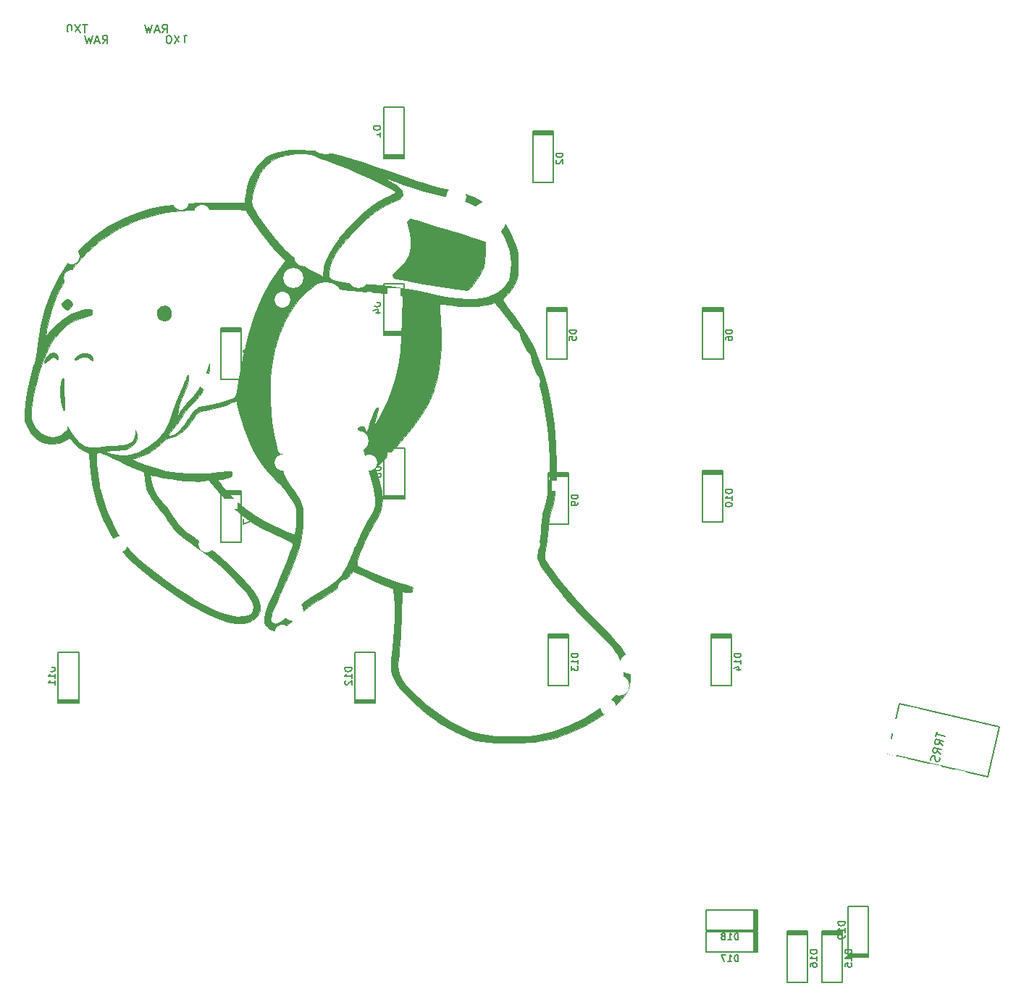
<source format=gbo>
G04 #@! TF.GenerationSoftware,KiCad,Pcbnew,(5.1.4-0)*
G04 #@! TF.CreationDate,2021-03-11T22:57:55-05:00*
G04 #@! TF.ProjectId,mxnatee,6d786e61-7465-4652-9e6b-696361645f70,rev?*
G04 #@! TF.SameCoordinates,Original*
G04 #@! TF.FileFunction,Legend,Bot*
G04 #@! TF.FilePolarity,Positive*
%FSLAX46Y46*%
G04 Gerber Fmt 4.6, Leading zero omitted, Abs format (unit mm)*
G04 Created by KiCad (PCBNEW (5.1.4-0)) date 2021-03-11 22:57:55*
%MOMM*%
%LPD*%
G04 APERTURE LIST*
%ADD10C,0.200000*%
%ADD11C,0.010000*%
%ADD12C,0.150000*%
%ADD13C,1.854600*%
%ADD14R,1.854600X1.854600*%
%ADD15R,1.502000X1.302000*%
%ADD16R,1.302000X1.502000*%
%ADD17C,6.602000*%
%ADD18C,2.352000*%
%ADD19C,1.852000*%
%ADD20C,4.089800*%
%ADD21C,1.302000*%
%ADD22C,1.802000*%
%ADD23C,1.802000*%
G04 APERTURE END LIST*
D10*
X126752500Y-123532500D02*
X129152500Y-123532500D01*
X126752500Y-117532500D02*
X126752500Y-123532500D01*
X129152500Y-117532500D02*
X126752500Y-117532500D01*
X129152500Y-123532500D02*
X129152500Y-117532500D01*
X129152500Y-123257500D02*
X126752500Y-123257500D01*
X129152500Y-123132500D02*
X126752500Y-123132500D01*
X126752500Y-123407500D02*
X129152500Y-123407500D01*
X116166500Y-120389500D02*
X116166500Y-117989500D01*
X110166500Y-120389500D02*
X116166500Y-120389500D01*
X110166500Y-117989500D02*
X110166500Y-120389500D01*
X116166500Y-117989500D02*
X110166500Y-117989500D01*
X115891500Y-117989500D02*
X115891500Y-120389500D01*
X115766500Y-117989500D02*
X115766500Y-120389500D01*
X116041500Y-120389500D02*
X116041500Y-117989500D01*
X116166500Y-122929500D02*
X116166500Y-120529500D01*
X110166500Y-122929500D02*
X116166500Y-122929500D01*
X110166500Y-120529500D02*
X110166500Y-122929500D01*
X116166500Y-120529500D02*
X110166500Y-120529500D01*
X115891500Y-120529500D02*
X115891500Y-122929500D01*
X115766500Y-120529500D02*
X115766500Y-122929500D01*
X116041500Y-122929500D02*
X116041500Y-120529500D01*
X122040500Y-120434500D02*
X119640500Y-120434500D01*
X122040500Y-126434500D02*
X122040500Y-120434500D01*
X119640500Y-126434500D02*
X122040500Y-126434500D01*
X119640500Y-120434500D02*
X119640500Y-126434500D01*
X119640500Y-120709500D02*
X122040500Y-120709500D01*
X119640500Y-120834500D02*
X122040500Y-120834500D01*
X122040500Y-120559500D02*
X119640500Y-120559500D01*
X126104500Y-120434500D02*
X123704500Y-120434500D01*
X126104500Y-126434500D02*
X126104500Y-120434500D01*
X123704500Y-126434500D02*
X126104500Y-126434500D01*
X123704500Y-120434500D02*
X123704500Y-126434500D01*
X123704500Y-120709500D02*
X126104500Y-120709500D01*
X123704500Y-120834500D02*
X126104500Y-120834500D01*
X126104500Y-120559500D02*
X123704500Y-120559500D01*
X113150500Y-85763500D02*
X110750500Y-85763500D01*
X113150500Y-91763500D02*
X113150500Y-85763500D01*
X110750500Y-91763500D02*
X113150500Y-91763500D01*
X110750500Y-85763500D02*
X110750500Y-91763500D01*
X110750500Y-86038500D02*
X113150500Y-86038500D01*
X110750500Y-86163500D02*
X113150500Y-86163500D01*
X113150500Y-85888500D02*
X110750500Y-85888500D01*
X94100500Y-85764500D02*
X91700500Y-85764500D01*
X94100500Y-91764500D02*
X94100500Y-85764500D01*
X91700500Y-91764500D02*
X94100500Y-91764500D01*
X91700500Y-85764500D02*
X91700500Y-91764500D01*
X91700500Y-86039500D02*
X94100500Y-86039500D01*
X91700500Y-86164500D02*
X94100500Y-86164500D01*
X94100500Y-85889500D02*
X91700500Y-85889500D01*
X69094500Y-93814500D02*
X71494500Y-93814500D01*
X69094500Y-87814500D02*
X69094500Y-93814500D01*
X71494500Y-87814500D02*
X69094500Y-87814500D01*
X71494500Y-93814500D02*
X71494500Y-87814500D01*
X71494500Y-93539500D02*
X69094500Y-93539500D01*
X71494500Y-93414500D02*
X69094500Y-93414500D01*
X69094500Y-93689500D02*
X71494500Y-93689500D01*
X34423500Y-93814500D02*
X36823500Y-93814500D01*
X34423500Y-87814500D02*
X34423500Y-93814500D01*
X36823500Y-87814500D02*
X34423500Y-87814500D01*
X36823500Y-93814500D02*
X36823500Y-87814500D01*
X36823500Y-93539500D02*
X34423500Y-93539500D01*
X36823500Y-93414500D02*
X34423500Y-93414500D01*
X34423500Y-93689500D02*
X36823500Y-93689500D01*
X112134500Y-66586500D02*
X109734500Y-66586500D01*
X112134500Y-72586500D02*
X112134500Y-66586500D01*
X109734500Y-72586500D02*
X112134500Y-72586500D01*
X109734500Y-66586500D02*
X109734500Y-72586500D01*
X109734500Y-66861500D02*
X112134500Y-66861500D01*
X109734500Y-66986500D02*
X112134500Y-66986500D01*
X112134500Y-66711500D02*
X109734500Y-66711500D01*
X94100500Y-66840500D02*
X91700500Y-66840500D01*
X94100500Y-72840500D02*
X94100500Y-66840500D01*
X91700500Y-72840500D02*
X94100500Y-72840500D01*
X91700500Y-66840500D02*
X91700500Y-72840500D01*
X91700500Y-67115500D02*
X94100500Y-67115500D01*
X91700500Y-67240500D02*
X94100500Y-67240500D01*
X94100500Y-66965500D02*
X91700500Y-66965500D01*
X72523500Y-69938500D02*
X74923500Y-69938500D01*
X72523500Y-63938500D02*
X72523500Y-69938500D01*
X74923500Y-63938500D02*
X72523500Y-63938500D01*
X74923500Y-69938500D02*
X74923500Y-63938500D01*
X74923500Y-69663500D02*
X72523500Y-69663500D01*
X74923500Y-69538500D02*
X72523500Y-69538500D01*
X72523500Y-69813500D02*
X74923500Y-69813500D01*
X55810000Y-68967750D02*
X53410000Y-68967750D01*
X55810000Y-74967750D02*
X55810000Y-68967750D01*
X53410000Y-74967750D02*
X55810000Y-74967750D01*
X53410000Y-68967750D02*
X53410000Y-74967750D01*
X53410000Y-69242750D02*
X55810000Y-69242750D01*
X53410000Y-69367750D02*
X55810000Y-69367750D01*
X55810000Y-69092750D02*
X53410000Y-69092750D01*
X112166250Y-47536500D02*
X109766250Y-47536500D01*
X112166250Y-53536500D02*
X112166250Y-47536500D01*
X109766250Y-53536500D02*
X112166250Y-53536500D01*
X109766250Y-47536500D02*
X109766250Y-53536500D01*
X109766250Y-47811500D02*
X112166250Y-47811500D01*
X109766250Y-47936500D02*
X112166250Y-47936500D01*
X112166250Y-47661500D02*
X109766250Y-47661500D01*
X93910000Y-47536500D02*
X91510000Y-47536500D01*
X93910000Y-53536500D02*
X93910000Y-47536500D01*
X91510000Y-53536500D02*
X93910000Y-53536500D01*
X91510000Y-47536500D02*
X91510000Y-53536500D01*
X91510000Y-47811500D02*
X93910000Y-47811500D01*
X91510000Y-47936500D02*
X93910000Y-47936500D01*
X93910000Y-47661500D02*
X91510000Y-47661500D01*
X72460000Y-50761500D02*
X74860000Y-50761500D01*
X72460000Y-44761500D02*
X72460000Y-50761500D01*
X74860000Y-44761500D02*
X72460000Y-44761500D01*
X74860000Y-50761500D02*
X74860000Y-44761500D01*
X74860000Y-50486500D02*
X72460000Y-50486500D01*
X74860000Y-50361500D02*
X72460000Y-50361500D01*
X72460000Y-50636500D02*
X74860000Y-50636500D01*
X92322500Y-26899000D02*
X89922500Y-26899000D01*
X92322500Y-32899000D02*
X92322500Y-26899000D01*
X89922500Y-32899000D02*
X92322500Y-32899000D01*
X89922500Y-26899000D02*
X89922500Y-32899000D01*
X89922500Y-27174000D02*
X92322500Y-27174000D01*
X89922500Y-27299000D02*
X92322500Y-27299000D01*
X92322500Y-27024000D02*
X89922500Y-27024000D01*
X72460000Y-30124000D02*
X74860000Y-30124000D01*
X72460000Y-24124000D02*
X72460000Y-30124000D01*
X74860000Y-24124000D02*
X72460000Y-24124000D01*
X74860000Y-30124000D02*
X74860000Y-24124000D01*
X74860000Y-29849000D02*
X72460000Y-29849000D01*
X74860000Y-29724000D02*
X72460000Y-29724000D01*
X72460000Y-29999000D02*
X74860000Y-29999000D01*
X55810000Y-49917750D02*
X53410000Y-49917750D01*
X55810000Y-55917750D02*
X55810000Y-49917750D01*
X53410000Y-55917750D02*
X55810000Y-55917750D01*
X53410000Y-49917750D02*
X53410000Y-55917750D01*
X53410000Y-50192750D02*
X55810000Y-50192750D01*
X53410000Y-50317750D02*
X55810000Y-50317750D01*
X55810000Y-50042750D02*
X53410000Y-50042750D01*
D11*
G36*
X75441865Y-37226782D02*
G01*
X75350888Y-37307183D01*
X75252313Y-37432802D01*
X75221835Y-37589777D01*
X75264331Y-37841279D01*
X75384678Y-38250477D01*
X75436185Y-38411855D01*
X75656918Y-39441113D01*
X75656587Y-40430376D01*
X75443484Y-41348371D01*
X75025905Y-42163828D01*
X74412141Y-42845472D01*
X74219942Y-42998038D01*
X73765082Y-43389580D01*
X73553631Y-43712067D01*
X73585783Y-43964944D01*
X73818750Y-44130723D01*
X74008012Y-44178079D01*
X74418269Y-44259136D01*
X75019493Y-44368835D01*
X75781652Y-44502116D01*
X76674718Y-44653920D01*
X77668661Y-44819187D01*
X78733451Y-44992859D01*
X79839059Y-45169877D01*
X80955455Y-45345180D01*
X81793877Y-45474338D01*
X82167350Y-45480840D01*
X82466833Y-45329414D01*
X82584760Y-45227513D01*
X82944250Y-44822151D01*
X83339034Y-44263845D01*
X83716223Y-43637848D01*
X84022926Y-43029418D01*
X84155396Y-42695731D01*
X84302968Y-42056580D01*
X84378127Y-41258000D01*
X84385189Y-40957500D01*
X84391500Y-39878000D01*
X83312000Y-39522838D01*
X82778347Y-39349325D01*
X82085146Y-39126997D01*
X81277471Y-38870016D01*
X80400392Y-38592543D01*
X79498981Y-38308738D01*
X78618309Y-38032761D01*
X77803448Y-37778774D01*
X77099469Y-37560938D01*
X76551443Y-37393413D01*
X76226811Y-37296782D01*
X75830219Y-37191766D01*
X75595067Y-37168118D01*
X75441865Y-37226782D01*
X75441865Y-37226782D01*
G37*
X75441865Y-37226782D02*
X75350888Y-37307183D01*
X75252313Y-37432802D01*
X75221835Y-37589777D01*
X75264331Y-37841279D01*
X75384678Y-38250477D01*
X75436185Y-38411855D01*
X75656918Y-39441113D01*
X75656587Y-40430376D01*
X75443484Y-41348371D01*
X75025905Y-42163828D01*
X74412141Y-42845472D01*
X74219942Y-42998038D01*
X73765082Y-43389580D01*
X73553631Y-43712067D01*
X73585783Y-43964944D01*
X73818750Y-44130723D01*
X74008012Y-44178079D01*
X74418269Y-44259136D01*
X75019493Y-44368835D01*
X75781652Y-44502116D01*
X76674718Y-44653920D01*
X77668661Y-44819187D01*
X78733451Y-44992859D01*
X79839059Y-45169877D01*
X80955455Y-45345180D01*
X81793877Y-45474338D01*
X82167350Y-45480840D01*
X82466833Y-45329414D01*
X82584760Y-45227513D01*
X82944250Y-44822151D01*
X83339034Y-44263845D01*
X83716223Y-43637848D01*
X84022926Y-43029418D01*
X84155396Y-42695731D01*
X84302968Y-42056580D01*
X84378127Y-41258000D01*
X84385189Y-40957500D01*
X84391500Y-39878000D01*
X83312000Y-39522838D01*
X82778347Y-39349325D01*
X82085146Y-39126997D01*
X81277471Y-38870016D01*
X80400392Y-38592543D01*
X79498981Y-38308738D01*
X78618309Y-38032761D01*
X77803448Y-37778774D01*
X77099469Y-37560938D01*
X76551443Y-37393413D01*
X76226811Y-37296782D01*
X75830219Y-37191766D01*
X75595067Y-37168118D01*
X75441865Y-37226782D01*
G36*
X35220223Y-46621894D02*
G01*
X34976822Y-46863000D01*
X34842448Y-47111564D01*
X34864181Y-47307006D01*
X34976822Y-47498000D01*
X35258064Y-47762707D01*
X35572125Y-47782579D01*
X35857817Y-47583249D01*
X36049845Y-47235001D01*
X35990041Y-46900624D01*
X35868429Y-46745071D01*
X35545097Y-46562432D01*
X35220223Y-46621894D01*
X35220223Y-46621894D01*
G37*
X35220223Y-46621894D02*
X34976822Y-46863000D01*
X34842448Y-47111564D01*
X34864181Y-47307006D01*
X34976822Y-47498000D01*
X35258064Y-47762707D01*
X35572125Y-47782579D01*
X35857817Y-47583249D01*
X36049845Y-47235001D01*
X35990041Y-46900624D01*
X35868429Y-46745071D01*
X35545097Y-46562432D01*
X35220223Y-46621894D01*
G36*
X46542320Y-47368314D02*
G01*
X46228645Y-47569317D01*
X46026214Y-47890589D01*
X45975191Y-48287612D01*
X46115741Y-48715863D01*
X46171702Y-48803241D01*
X46463271Y-49022828D01*
X46852520Y-49086919D01*
X47233045Y-48991233D01*
X47414817Y-48853249D01*
X47591254Y-48506594D01*
X47622839Y-48090257D01*
X47515151Y-47708551D01*
X47342742Y-47505201D01*
X46927074Y-47332102D01*
X46542320Y-47368314D01*
X46542320Y-47368314D01*
G37*
X46542320Y-47368314D02*
X46228645Y-47569317D01*
X46026214Y-47890589D01*
X45975191Y-48287612D01*
X46115741Y-48715863D01*
X46171702Y-48803241D01*
X46463271Y-49022828D01*
X46852520Y-49086919D01*
X47233045Y-48991233D01*
X47414817Y-48853249D01*
X47591254Y-48506594D01*
X47622839Y-48090257D01*
X47515151Y-47708551D01*
X47342742Y-47505201D01*
X46927074Y-47332102D01*
X46542320Y-47368314D01*
G36*
X37246527Y-52889304D02*
G01*
X36824545Y-53046015D01*
X36735232Y-53106053D01*
X36484200Y-53339958D01*
X36349162Y-53553975D01*
X36346348Y-53565792D01*
X36353233Y-53674700D01*
X36473304Y-53666167D01*
X36757718Y-53534933D01*
X36785951Y-53520583D01*
X37293914Y-53319457D01*
X37702339Y-53309003D01*
X38080602Y-53490197D01*
X38146373Y-53539717D01*
X38372800Y-53707675D01*
X38463804Y-53718930D01*
X38480972Y-53577106D01*
X38481000Y-53559401D01*
X38371157Y-53231291D01*
X38085211Y-52998920D01*
X37688542Y-52879265D01*
X37246527Y-52889304D01*
X37246527Y-52889304D01*
G37*
X37246527Y-52889304D02*
X36824545Y-53046015D01*
X36735232Y-53106053D01*
X36484200Y-53339958D01*
X36349162Y-53553975D01*
X36346348Y-53565792D01*
X36353233Y-53674700D01*
X36473304Y-53666167D01*
X36757718Y-53534933D01*
X36785951Y-53520583D01*
X37293914Y-53319457D01*
X37702339Y-53309003D01*
X38080602Y-53490197D01*
X38146373Y-53539717D01*
X38372800Y-53707675D01*
X38463804Y-53718930D01*
X38480972Y-53577106D01*
X38481000Y-53559401D01*
X38371157Y-53231291D01*
X38085211Y-52998920D01*
X37688542Y-52879265D01*
X37246527Y-52889304D01*
G36*
X33569036Y-52888327D02*
G01*
X33228210Y-53103319D01*
X32950875Y-53460953D01*
X32789798Y-53831871D01*
X32791451Y-54016431D01*
X32940330Y-54001698D01*
X33220928Y-53774738D01*
X33268913Y-53726248D01*
X33621520Y-53405911D01*
X33874805Y-53292631D01*
X34063103Y-53377471D01*
X34147164Y-53497692D01*
X34286168Y-53644594D01*
X34380305Y-53581033D01*
X34392858Y-53350416D01*
X34370142Y-53234089D01*
X34197977Y-52944445D01*
X33911617Y-52832280D01*
X33569036Y-52888327D01*
X33569036Y-52888327D01*
G37*
X33569036Y-52888327D02*
X33228210Y-53103319D01*
X32950875Y-53460953D01*
X32789798Y-53831871D01*
X32791451Y-54016431D01*
X32940330Y-54001698D01*
X33220928Y-53774738D01*
X33268913Y-53726248D01*
X33621520Y-53405911D01*
X33874805Y-53292631D01*
X34063103Y-53377471D01*
X34147164Y-53497692D01*
X34286168Y-53644594D01*
X34380305Y-53581033D01*
X34392858Y-53350416D01*
X34370142Y-53234089D01*
X34197977Y-52944445D01*
X33911617Y-52832280D01*
X33569036Y-52888327D01*
G36*
X34913780Y-55850122D02*
G01*
X34730310Y-56349120D01*
X34637318Y-57006804D01*
X34633369Y-57745071D01*
X34717025Y-58485820D01*
X34886849Y-59150950D01*
X34978703Y-59378590D01*
X35061946Y-59548009D01*
X35116113Y-59607841D01*
X35144769Y-59528668D01*
X35151479Y-59281071D01*
X35139808Y-58835633D01*
X35116537Y-58241310D01*
X35090823Y-57578945D01*
X35069275Y-56958955D01*
X35054240Y-56453200D01*
X35048139Y-56145810D01*
X35034505Y-55838181D01*
X34991107Y-55754710D01*
X34913780Y-55850122D01*
X34913780Y-55850122D01*
G37*
X34913780Y-55850122D02*
X34730310Y-56349120D01*
X34637318Y-57006804D01*
X34633369Y-57745071D01*
X34717025Y-58485820D01*
X34886849Y-59150950D01*
X34978703Y-59378590D01*
X35061946Y-59548009D01*
X35116113Y-59607841D01*
X35144769Y-59528668D01*
X35151479Y-59281071D01*
X35139808Y-58835633D01*
X35116537Y-58241310D01*
X35090823Y-57578945D01*
X35069275Y-56958955D01*
X35054240Y-56453200D01*
X35048139Y-56145810D01*
X35034505Y-55838181D01*
X34991107Y-55754710D01*
X34913780Y-55850122D01*
G36*
X61559799Y-29135196D02*
G01*
X60643617Y-29232326D01*
X59877999Y-29411956D01*
X59214991Y-29684646D01*
X58720362Y-29980916D01*
X58169787Y-30454484D01*
X57623516Y-31092738D01*
X57145271Y-31813411D01*
X56858265Y-32385000D01*
X56691760Y-32852242D01*
X56527111Y-33434192D01*
X56386283Y-34038313D01*
X56291243Y-34572070D01*
X56262878Y-34893250D01*
X56261000Y-35242500D01*
X53080995Y-35242499D01*
X51131871Y-35268299D01*
X49397517Y-35349550D01*
X47843606Y-35492032D01*
X46435814Y-35701522D01*
X45139813Y-35983801D01*
X43921278Y-36344645D01*
X42745883Y-36789835D01*
X42046432Y-37100137D01*
X40190175Y-38100976D01*
X38504307Y-39285905D01*
X36995860Y-40644515D01*
X35671865Y-42166395D01*
X34539355Y-43841136D01*
X33605360Y-45658328D01*
X32876913Y-47607561D01*
X32361045Y-49678425D01*
X32064787Y-51860511D01*
X32063231Y-51879500D01*
X31980911Y-52508094D01*
X31835284Y-53263275D01*
X31649276Y-54032712D01*
X31557813Y-54356000D01*
X31088273Y-56044516D01*
X30752471Y-57521261D01*
X30549952Y-58790123D01*
X30480262Y-59854989D01*
X30542947Y-60719746D01*
X30736383Y-61385710D01*
X31234647Y-62246379D01*
X31845554Y-62879585D01*
X32570032Y-63285980D01*
X33409012Y-63466216D01*
X33718607Y-63476111D01*
X34565639Y-63367432D01*
X35278552Y-63065693D01*
X35564153Y-62854976D01*
X35694398Y-62785553D01*
X35835871Y-62845288D01*
X36037678Y-63066992D01*
X36199153Y-63279257D01*
X36806312Y-63892782D01*
X37351750Y-64237364D01*
X38064000Y-64601298D01*
X38150582Y-65955649D01*
X38415314Y-68132664D01*
X38924560Y-70247075D01*
X39673509Y-72284663D01*
X40657350Y-74231209D01*
X41299527Y-75261874D01*
X41977941Y-76139892D01*
X42889015Y-77093711D01*
X44025123Y-78116804D01*
X45378636Y-79202643D01*
X46941929Y-80344700D01*
X48379526Y-81321533D01*
X49812063Y-82233465D01*
X51090381Y-82974570D01*
X52237872Y-83555598D01*
X53277928Y-83987299D01*
X54233942Y-84280425D01*
X55129304Y-84445725D01*
X55193593Y-84453150D01*
X56046753Y-84462085D01*
X56775678Y-84299744D01*
X57356989Y-83983908D01*
X57767305Y-83532355D01*
X57983247Y-82962864D01*
X57985418Y-82603134D01*
X57270167Y-82603134D01*
X57194821Y-83012049D01*
X57051695Y-83244601D01*
X56675181Y-83516033D01*
X56111220Y-83656796D01*
X55390411Y-83666499D01*
X54543353Y-83544747D01*
X53600647Y-83291149D01*
X53594000Y-83288980D01*
X52710782Y-82943310D01*
X51699734Y-82450598D01*
X50593881Y-81834758D01*
X49426246Y-81119703D01*
X48229854Y-80329347D01*
X47037729Y-79487602D01*
X45882895Y-78618382D01*
X44798376Y-77745602D01*
X43817195Y-76893174D01*
X42972377Y-76085011D01*
X42296947Y-75345028D01*
X41905113Y-74824788D01*
X41274101Y-73767043D01*
X40659407Y-72541825D01*
X40097676Y-71234844D01*
X39625557Y-69931813D01*
X39279697Y-68718442D01*
X39262178Y-68643500D01*
X39185899Y-68234749D01*
X39108244Y-67687963D01*
X39034357Y-67059430D01*
X38969385Y-66405438D01*
X38918472Y-65782275D01*
X38886763Y-65246229D01*
X38879405Y-64853588D01*
X38898693Y-64667062D01*
X38958208Y-64544712D01*
X39044849Y-64469953D01*
X39185523Y-64451864D01*
X39407137Y-64499525D01*
X39736596Y-64622016D01*
X40200808Y-64828416D01*
X40826678Y-65127804D01*
X41641114Y-65529259D01*
X42037000Y-65726072D01*
X42613238Y-66005462D01*
X43175918Y-66265584D01*
X43642813Y-66468981D01*
X43838138Y-66546503D01*
X44432775Y-66766429D01*
X44516141Y-67609714D01*
X44748791Y-68684042D01*
X45226326Y-69722631D01*
X45940224Y-70707118D01*
X45968178Y-70739000D01*
X46362142Y-71217120D01*
X46805443Y-71803127D01*
X47215988Y-72387551D01*
X47301555Y-72517000D01*
X47648623Y-73027842D01*
X47984304Y-73459663D01*
X48349838Y-73850654D01*
X48786470Y-74239006D01*
X49335440Y-74662911D01*
X50037993Y-75160560D01*
X50489748Y-75469328D01*
X51945790Y-76544347D01*
X53426755Y-77802652D01*
X54870070Y-79189071D01*
X55677278Y-80043324D01*
X56373803Y-80854885D01*
X56866739Y-81541045D01*
X57163167Y-82118297D01*
X57270167Y-82603134D01*
X57985418Y-82603134D01*
X57987074Y-82328911D01*
X57846624Y-81797327D01*
X57569253Y-81224166D01*
X57137148Y-80582834D01*
X56532497Y-79846736D01*
X55779080Y-79032377D01*
X54592357Y-77839343D01*
X53493522Y-76820704D01*
X52435347Y-75935778D01*
X51370600Y-75143882D01*
X50863500Y-74798250D01*
X50044612Y-74238971D01*
X49404523Y-73758810D01*
X48898533Y-73316210D01*
X48481939Y-72869610D01*
X48110039Y-72377452D01*
X47875359Y-72020200D01*
X47506102Y-71477736D01*
X47054631Y-70875890D01*
X46614341Y-70338792D01*
X46585360Y-70305700D01*
X45936730Y-69440276D01*
X45506728Y-68545559D01*
X45276339Y-67640509D01*
X45183342Y-67082018D01*
X45546921Y-67159594D01*
X45856733Y-67225589D01*
X46313943Y-67322857D01*
X46799500Y-67426075D01*
X47565127Y-67565279D01*
X48421830Y-67682731D01*
X49298570Y-67772132D01*
X50124306Y-67827184D01*
X50827999Y-67841587D01*
X51247415Y-67820451D01*
X52012330Y-67740459D01*
X52898415Y-68843044D01*
X54256161Y-70366357D01*
X55707891Y-71678972D01*
X57235594Y-72765522D01*
X58039000Y-73228106D01*
X58373629Y-73395654D01*
X58875959Y-73634574D01*
X59480975Y-73914454D01*
X60123664Y-74204883D01*
X60197601Y-74237830D01*
X60857187Y-74544722D01*
X61368012Y-74810068D01*
X61700274Y-75017216D01*
X61823706Y-75146450D01*
X61794913Y-75383979D01*
X61665383Y-75829021D01*
X61443463Y-76459709D01*
X61137503Y-77254172D01*
X60755850Y-78190542D01*
X60306854Y-79246951D01*
X59930053Y-80106867D01*
X59446119Y-81210247D01*
X59067124Y-82110862D01*
X58787828Y-82834805D01*
X58602989Y-83408170D01*
X58507365Y-83857050D01*
X58495716Y-84207538D01*
X58562801Y-84485729D01*
X58703377Y-84717714D01*
X58912204Y-84929589D01*
X58954117Y-84965486D01*
X59330684Y-85207684D01*
X59730213Y-85300621D01*
X60175867Y-85234909D01*
X60690813Y-85001156D01*
X61298215Y-84589973D01*
X62021238Y-83991970D01*
X62557502Y-83504862D01*
X63335031Y-82810975D01*
X64040040Y-82256497D01*
X64755148Y-81779721D01*
X65268415Y-81480079D01*
X66093881Y-81008287D01*
X66733707Y-80611969D01*
X67231493Y-80257216D01*
X67630840Y-79910123D01*
X67975351Y-79536780D01*
X68287952Y-79131879D01*
X68869483Y-78330023D01*
X70280492Y-78996206D01*
X70946180Y-79302128D01*
X71642969Y-79608470D01*
X72277006Y-79874638D01*
X72660032Y-80025408D01*
X73628563Y-80388427D01*
X73712936Y-81400141D01*
X73746816Y-82113191D01*
X73750447Y-83019514D01*
X73726149Y-84060481D01*
X73676240Y-85177460D01*
X73603039Y-86311822D01*
X73508865Y-87404936D01*
X73455442Y-87910607D01*
X73369618Y-88760308D01*
X73334807Y-89418430D01*
X73357331Y-89943429D01*
X73443516Y-90393765D01*
X73599687Y-90827894D01*
X73820120Y-91281386D01*
X74119237Y-91735387D01*
X74586358Y-92301216D01*
X75183646Y-92941883D01*
X75873266Y-93620399D01*
X76617381Y-94299777D01*
X77378155Y-94943026D01*
X78117752Y-95513159D01*
X78235643Y-95598006D01*
X79052509Y-96141085D01*
X79952530Y-96674579D01*
X80880414Y-97170712D01*
X81780870Y-97601708D01*
X82598607Y-97939793D01*
X83278333Y-98157190D01*
X83375500Y-98179997D01*
X83952733Y-98271640D01*
X84725310Y-98344451D01*
X85635210Y-98397486D01*
X86624407Y-98429799D01*
X87634879Y-98440447D01*
X88608601Y-98428486D01*
X89487550Y-98392972D01*
X90213701Y-98332959D01*
X90487500Y-98295732D01*
X92385124Y-97888309D01*
X94183058Y-97288261D01*
X95926876Y-96477068D01*
X97662154Y-95436209D01*
X97872669Y-95294522D01*
X98831215Y-94615773D01*
X99586822Y-94017811D01*
X100167035Y-93474685D01*
X100599401Y-92960448D01*
X100911466Y-92449149D01*
X100927633Y-92416641D01*
X101105832Y-92019370D01*
X101212773Y-91661264D01*
X101265762Y-91251340D01*
X101282104Y-90698615D01*
X101282500Y-90551000D01*
X101279982Y-90469134D01*
X100514679Y-90469134D01*
X100484752Y-91112505D01*
X100371075Y-91674581D01*
X100150304Y-92187813D01*
X99799096Y-92684653D01*
X99294107Y-93197553D01*
X98611993Y-93758965D01*
X97729411Y-94401341D01*
X97642423Y-94462094D01*
X95913714Y-95553888D01*
X94190216Y-96409543D01*
X92434828Y-97043369D01*
X90610445Y-97469678D01*
X89408000Y-97638247D01*
X88647179Y-97689270D01*
X87721697Y-97704492D01*
X86718070Y-97685865D01*
X85722818Y-97635340D01*
X84822457Y-97554870D01*
X84622377Y-97530308D01*
X83826133Y-97410000D01*
X83181870Y-97268649D01*
X82587641Y-97079230D01*
X81969693Y-96827112D01*
X80451931Y-96056598D01*
X78921273Y-95081002D01*
X77432817Y-93939975D01*
X76041657Y-92673165D01*
X75668929Y-92292790D01*
X75053745Y-91621434D01*
X74612756Y-91053899D01*
X74325564Y-90530759D01*
X74171772Y-89992589D01*
X74130979Y-89379963D01*
X74182789Y-88633457D01*
X74243799Y-88141067D01*
X74302968Y-87593758D01*
X74361886Y-86852496D01*
X74416928Y-85977306D01*
X74464471Y-85028214D01*
X74500891Y-84065244D01*
X74510781Y-83719027D01*
X74588775Y-80697054D01*
X74981638Y-80784522D01*
X75397161Y-80863101D01*
X75635173Y-80852188D01*
X75762007Y-80733399D01*
X75827522Y-80550079D01*
X75867225Y-80351392D01*
X75814936Y-80224862D01*
X75620226Y-80126241D01*
X75232669Y-80011283D01*
X75204679Y-80003586D01*
X74529478Y-79799297D01*
X73734814Y-79528862D01*
X72872465Y-79212909D01*
X71994206Y-78872065D01*
X71151812Y-78526960D01*
X70397060Y-78198221D01*
X69781724Y-77906477D01*
X69364687Y-77676864D01*
X69322382Y-77508929D01*
X69381125Y-77156527D01*
X69524626Y-76660464D01*
X69736593Y-76061545D01*
X70000735Y-75400576D01*
X70300764Y-74718363D01*
X70620386Y-74055710D01*
X70943313Y-73453424D01*
X71247441Y-72960851D01*
X71743423Y-72161630D01*
X72081479Y-71427637D01*
X72268369Y-70704495D01*
X72310848Y-69937828D01*
X72215675Y-69073260D01*
X71989607Y-68056415D01*
X71898839Y-67719186D01*
X71519349Y-66350373D01*
X72833738Y-64988686D01*
X74387401Y-63302099D01*
X75704970Y-61705855D01*
X76787286Y-60198760D01*
X77635185Y-58779620D01*
X78249508Y-57447242D01*
X78373987Y-57106440D01*
X78772601Y-55651104D01*
X79037615Y-54001944D01*
X79166781Y-52182540D01*
X79157847Y-50216471D01*
X79113058Y-49363043D01*
X79069214Y-48642976D01*
X79037852Y-48014609D01*
X79020521Y-47520189D01*
X79018770Y-47201963D01*
X79030171Y-47101996D01*
X79174525Y-47094971D01*
X79508653Y-47128453D01*
X79972771Y-47195655D01*
X80217881Y-47236797D01*
X81301542Y-47373802D01*
X82413439Y-47420651D01*
X83472314Y-47378130D01*
X84396907Y-47247025D01*
X84621909Y-47194223D01*
X85487318Y-46968589D01*
X86036005Y-47614294D01*
X87411603Y-49395634D01*
X88581183Y-51266884D01*
X89555011Y-53251131D01*
X90343356Y-55371464D01*
X90956486Y-57650970D01*
X91304660Y-59461351D01*
X91538029Y-61008732D01*
X91703347Y-62398582D01*
X91808114Y-63715870D01*
X91859829Y-65045569D01*
X91868459Y-65849500D01*
X91846929Y-67187863D01*
X91772389Y-68331065D01*
X91638169Y-69333683D01*
X91437599Y-70250292D01*
X91255448Y-70866000D01*
X91046425Y-71718751D01*
X90913090Y-72739171D01*
X90889365Y-73073693D01*
X90832147Y-73778316D01*
X90744306Y-74530037D01*
X90641311Y-75203609D01*
X90598988Y-75424775D01*
X90490187Y-76076819D01*
X90450718Y-76622487D01*
X90471362Y-76920637D01*
X90580041Y-77218707D01*
X90824104Y-77659177D01*
X91210054Y-78251538D01*
X91744390Y-79005282D01*
X92433616Y-79929898D01*
X93284233Y-81034879D01*
X93330062Y-81093680D01*
X93674301Y-81507430D01*
X94166248Y-82060222D01*
X94770877Y-82714674D01*
X95453167Y-83433405D01*
X96178092Y-84179033D01*
X96895810Y-84899500D01*
X97670039Y-85669122D01*
X98285442Y-86289315D01*
X98765655Y-86787353D01*
X99134312Y-87190511D01*
X99415049Y-87526063D01*
X99631500Y-87821283D01*
X99807300Y-88103446D01*
X99966085Y-88399826D01*
X100016426Y-88500634D01*
X100265169Y-89029870D01*
X100413750Y-89439661D01*
X100487791Y-89831229D01*
X100512911Y-90305798D01*
X100514679Y-90469134D01*
X101279982Y-90469134D01*
X101263114Y-89920762D01*
X101194014Y-89349891D01*
X101058786Y-88811901D01*
X100841017Y-88280306D01*
X100524294Y-87728622D01*
X100092203Y-87130362D01*
X99528331Y-86459042D01*
X98816265Y-85688176D01*
X97939590Y-84791278D01*
X97347315Y-84201000D01*
X96091182Y-82930627D01*
X95026759Y-81795868D01*
X94140838Y-80782252D01*
X93522012Y-80010000D01*
X92843060Y-79116569D01*
X92306822Y-78401698D01*
X91898516Y-77844674D01*
X91603356Y-77424783D01*
X91406558Y-77121313D01*
X91293338Y-76913550D01*
X91267884Y-76851891D01*
X91255680Y-76633200D01*
X91290121Y-76229964D01*
X91364255Y-75705920D01*
X91438285Y-75289694D01*
X91550071Y-74623092D01*
X91637062Y-73938122D01*
X91686887Y-73340632D01*
X91694000Y-73101934D01*
X91761170Y-72279618D01*
X91943689Y-71513587D01*
X91947189Y-71503357D01*
X92182486Y-70754304D01*
X92361396Y-70017072D01*
X92490240Y-69240650D01*
X92575337Y-68374023D01*
X92623007Y-67366180D01*
X92639568Y-66166108D01*
X92639720Y-65913000D01*
X92569190Y-63543818D01*
X92367270Y-61215199D01*
X92040767Y-58963989D01*
X91596490Y-56827032D01*
X91041246Y-54841177D01*
X90381844Y-53043268D01*
X90173515Y-52565397D01*
X89666596Y-51555222D01*
X89020104Y-50436582D01*
X88276325Y-49278338D01*
X87477544Y-48149346D01*
X87389089Y-48031166D01*
X87011187Y-47523927D01*
X86695690Y-47090399D01*
X86470787Y-46770085D01*
X86364667Y-46602484D01*
X86360000Y-46589129D01*
X86447720Y-46471377D01*
X86674676Y-46244331D01*
X86910839Y-46029154D01*
X87400823Y-45476993D01*
X87810664Y-44780975D01*
X87828207Y-44743143D01*
X87992924Y-44361073D01*
X88099013Y-44030958D01*
X88158755Y-43677785D01*
X88184429Y-43226539D01*
X88188318Y-42602209D01*
X88188067Y-42545000D01*
X88184489Y-42376583D01*
X87360163Y-42376583D01*
X87337766Y-43123929D01*
X87250600Y-43795775D01*
X87101683Y-44313548D01*
X87067439Y-44386500D01*
X86531421Y-45159393D01*
X85800415Y-45773516D01*
X84882170Y-46223107D01*
X84391500Y-46375057D01*
X83814565Y-46468247D01*
X83049262Y-46507914D01*
X82154878Y-46496978D01*
X81190694Y-46438359D01*
X80215995Y-46334974D01*
X79290065Y-46189744D01*
X79230775Y-46177593D01*
X74708887Y-46177593D01*
X74643746Y-48933296D01*
X74562372Y-50910657D01*
X74410899Y-52681740D01*
X74179811Y-54286935D01*
X73859587Y-55766635D01*
X73440712Y-57161229D01*
X72913665Y-58511111D01*
X72268930Y-59856670D01*
X71915141Y-60512357D01*
X71691788Y-60888641D01*
X71516484Y-61138801D01*
X71421377Y-61218031D01*
X71414870Y-61209609D01*
X71426299Y-61033005D01*
X71495469Y-60685248D01*
X71607789Y-60238666D01*
X71618828Y-60198578D01*
X71730578Y-59758184D01*
X71796650Y-59421346D01*
X71804316Y-59254364D01*
X71801058Y-59249224D01*
X71677158Y-59272434D01*
X71503133Y-59490651D01*
X71305451Y-59856703D01*
X71110577Y-60323419D01*
X70983700Y-60706000D01*
X70833064Y-61196206D01*
X70689522Y-61629036D01*
X70583989Y-61911293D01*
X70583465Y-61912500D01*
X70445425Y-62230000D01*
X70317966Y-61810713D01*
X70201415Y-61526803D01*
X70031611Y-61425483D01*
X69798004Y-61429713D01*
X69512315Y-61502927D01*
X69450247Y-61653492D01*
X69451395Y-61658500D01*
X69500667Y-61848387D01*
X69602286Y-62230218D01*
X69742024Y-62750819D01*
X69905651Y-63357013D01*
X69927168Y-63436500D01*
X70323808Y-64906137D01*
X70656185Y-66153260D01*
X70928249Y-67200024D01*
X71143952Y-68068583D01*
X71307247Y-68781091D01*
X71422085Y-69359704D01*
X71492417Y-69826575D01*
X71522196Y-70203860D01*
X71515372Y-70513711D01*
X71475899Y-70778285D01*
X71407728Y-71019736D01*
X71320348Y-71247000D01*
X71150366Y-71592277D01*
X70886122Y-72060918D01*
X70576861Y-72566711D01*
X70486132Y-72707500D01*
X70189804Y-73215705D01*
X69846918Y-73891276D01*
X69492637Y-74661082D01*
X69162125Y-75451993D01*
X69142651Y-75501500D01*
X68765480Y-76450206D01*
X68453260Y-77197297D01*
X68186586Y-77780742D01*
X67946055Y-78238508D01*
X67712262Y-78608565D01*
X67465804Y-78928880D01*
X67288460Y-79129658D01*
X66763021Y-79611694D01*
X66050024Y-80135787D01*
X65203407Y-80665288D01*
X64345155Y-81129578D01*
X63905325Y-81398502D01*
X63353822Y-81808768D01*
X62750319Y-82314215D01*
X62390793Y-82641418D01*
X61883275Y-83109812D01*
X61391164Y-83548982D01*
X60969864Y-83910390D01*
X60674783Y-84145499D01*
X60669333Y-84149461D01*
X60183267Y-84422894D01*
X59758822Y-84511370D01*
X59435619Y-84411729D01*
X59305672Y-84258280D01*
X59252824Y-84129217D01*
X59235625Y-83974716D01*
X59263823Y-83765860D01*
X59347167Y-83473730D01*
X59495405Y-83069410D01*
X59718284Y-82523982D01*
X60025552Y-81808529D01*
X60426957Y-80894132D01*
X60480883Y-80772000D01*
X61109896Y-79327670D01*
X61631732Y-78079095D01*
X62055459Y-76996190D01*
X62390145Y-76048871D01*
X62644857Y-75207053D01*
X62828663Y-74440652D01*
X62950631Y-73719583D01*
X63019829Y-73013762D01*
X63045323Y-72293105D01*
X63045566Y-72263000D01*
X63044762Y-72199500D01*
X62289854Y-72199500D01*
X62268068Y-73023693D01*
X62209264Y-73621644D01*
X62114800Y-73984761D01*
X61988848Y-74104500D01*
X61840671Y-74054442D01*
X61504559Y-73916467D01*
X61023307Y-73708870D01*
X60439705Y-73449947D01*
X60113099Y-73302510D01*
X58659486Y-72595117D01*
X57407869Y-71875354D01*
X56307433Y-71106323D01*
X55307361Y-70251122D01*
X54356839Y-69272850D01*
X53999980Y-68863423D01*
X53632904Y-68424304D01*
X53336186Y-68056508D01*
X53143306Y-67802386D01*
X53086000Y-67707184D01*
X53189052Y-67635706D01*
X53270249Y-67627500D01*
X53495612Y-67602013D01*
X53865065Y-67537050D01*
X54095749Y-67489976D01*
X54477853Y-67392376D01*
X54669864Y-67284263D01*
X54733573Y-67122418D01*
X54737000Y-67041490D01*
X54676548Y-66779067D01*
X54570427Y-66666607D01*
X54378583Y-66658250D01*
X54001256Y-66688619D01*
X53502963Y-66751550D01*
X53205177Y-66797083D01*
X52106620Y-66923889D01*
X50876119Y-66980585D01*
X49616569Y-66967274D01*
X48430865Y-66884060D01*
X47742630Y-66791551D01*
X47028965Y-66646451D01*
X46214314Y-66440452D01*
X45371777Y-66195823D01*
X44574452Y-65934833D01*
X43895441Y-65679750D01*
X43487031Y-65495154D01*
X43026556Y-65258916D01*
X43897028Y-64974221D01*
X44963901Y-64528456D01*
X45882927Y-63921742D01*
X46476693Y-63379428D01*
X46812993Y-63075688D01*
X47119265Y-62865901D01*
X47302193Y-62800259D01*
X47685074Y-62718419D01*
X48170773Y-62505432D01*
X48678563Y-62205727D01*
X49127718Y-61863734D01*
X49291493Y-61705430D01*
X49615853Y-61320332D01*
X49973653Y-60838470D01*
X50206258Y-60490641D01*
X50401827Y-60188260D01*
X50579092Y-59966724D01*
X50784170Y-59804206D01*
X51063178Y-59678875D01*
X51462233Y-59568902D01*
X52027450Y-59452458D01*
X52641610Y-59337878D01*
X53264576Y-59190678D01*
X53919117Y-58985446D01*
X54460861Y-58767780D01*
X54922798Y-58569550D01*
X55211113Y-58494654D01*
X55301923Y-58529623D01*
X55343739Y-58722969D01*
X55415172Y-59083949D01*
X55491338Y-59484391D01*
X55637594Y-60086998D01*
X55872344Y-60848526D01*
X56170211Y-61700849D01*
X56505822Y-62575842D01*
X56853801Y-63405380D01*
X57188773Y-64121335D01*
X57294506Y-64325500D01*
X57795057Y-65171419D01*
X58385146Y-66025437D01*
X59010072Y-66815400D01*
X59615130Y-67469158D01*
X59826412Y-67665063D01*
X60348101Y-68184335D01*
X60911263Y-68844952D01*
X61447252Y-69559371D01*
X61887421Y-70240049D01*
X61991037Y-70425547D01*
X62139168Y-70740957D01*
X62229733Y-71058325D01*
X62275646Y-71454312D01*
X62289818Y-72005581D01*
X62289854Y-72199500D01*
X63044762Y-72199500D01*
X63036673Y-71561457D01*
X62983833Y-70993899D01*
X62864640Y-70497923D01*
X62656692Y-70011130D01*
X62337583Y-69471118D01*
X61884911Y-68815484D01*
X61731612Y-68603289D01*
X61182289Y-67790355D01*
X60818615Y-67105826D01*
X60630702Y-66515991D01*
X60608660Y-65987141D01*
X60742601Y-65485569D01*
X60787488Y-65385031D01*
X60906609Y-65004817D01*
X60822844Y-64770637D01*
X60527890Y-64665263D01*
X60436959Y-64657816D01*
X60305548Y-64624460D01*
X60191284Y-64518997D01*
X60084127Y-64311054D01*
X59974036Y-63970258D01*
X59850971Y-63466238D01*
X59704891Y-62768621D01*
X59550391Y-61976000D01*
X59396131Y-60954522D01*
X59284279Y-59767094D01*
X59216672Y-58488336D01*
X59195147Y-57192867D01*
X59221541Y-55955305D01*
X59297691Y-54850268D01*
X59361982Y-54322377D01*
X59719908Y-52467087D01*
X60223256Y-50752115D01*
X60863158Y-49194442D01*
X61630742Y-47811053D01*
X62517139Y-46618929D01*
X63513479Y-45635055D01*
X64147044Y-45160629D01*
X64548126Y-44898003D01*
X64810735Y-44758083D01*
X65007401Y-44722174D01*
X65210655Y-44771585D01*
X65383722Y-44841887D01*
X66207341Y-45123448D01*
X67213743Y-45348240D01*
X68423955Y-45519862D01*
X69859002Y-45641914D01*
X70164527Y-45660117D01*
X71535241Y-45748558D01*
X72671165Y-45848036D01*
X73591346Y-45960565D01*
X74314833Y-46088158D01*
X74406694Y-46108521D01*
X74708887Y-46177593D01*
X79230775Y-46177593D01*
X78867000Y-46103041D01*
X77434789Y-45787728D01*
X76196584Y-45530433D01*
X75101028Y-45323491D01*
X74096766Y-45159241D01*
X73132443Y-45030019D01*
X72156702Y-44928162D01*
X71118189Y-44846008D01*
X69977000Y-44776515D01*
X69194893Y-44723350D01*
X68429332Y-44652487D01*
X67748054Y-44571494D01*
X67218797Y-44487943D01*
X67031341Y-44447320D01*
X66574676Y-44321282D01*
X66307332Y-44207549D01*
X66169487Y-44069008D01*
X66101769Y-43870615D01*
X66091837Y-43465881D01*
X66182762Y-42917981D01*
X66353622Y-42306652D01*
X66583495Y-41711632D01*
X66759999Y-41361986D01*
X67264141Y-40592374D01*
X67935866Y-39734020D01*
X68729426Y-38836043D01*
X69599072Y-37947561D01*
X70499053Y-37117691D01*
X71383622Y-36395551D01*
X71390985Y-36389985D01*
X72045312Y-35944898D01*
X72744894Y-35549407D01*
X73295985Y-35299605D01*
X73910999Y-35047976D01*
X74318390Y-34833381D01*
X74555791Y-34626788D01*
X74660836Y-34399166D01*
X74676000Y-34235074D01*
X74641830Y-34043743D01*
X73876132Y-34043743D01*
X73789414Y-34150541D01*
X73520591Y-34289104D01*
X73218674Y-34399296D01*
X72635734Y-34655000D01*
X71933112Y-35079169D01*
X71147856Y-35640387D01*
X70317012Y-36307238D01*
X69477628Y-37048309D01*
X68666750Y-37832182D01*
X67921427Y-38627443D01*
X67278705Y-39402676D01*
X67207129Y-39497000D01*
X66619638Y-40354361D01*
X66122821Y-41226749D01*
X65742655Y-42060313D01*
X65505121Y-42801203D01*
X65444605Y-43150468D01*
X65396234Y-43541570D01*
X65348227Y-43805837D01*
X65318673Y-43878500D01*
X65185583Y-43825967D01*
X64905437Y-43692638D01*
X64733191Y-43606289D01*
X63472894Y-42855790D01*
X62442226Y-42076084D01*
X60971567Y-42076084D01*
X60215002Y-43072542D01*
X59143254Y-44663630D01*
X58190322Y-46458859D01*
X57354688Y-48462653D01*
X56634836Y-50679433D01*
X56029248Y-53113622D01*
X55536406Y-55769643D01*
X55305855Y-57380638D01*
X55242568Y-57750965D01*
X55128915Y-57970406D01*
X54895009Y-58128950D01*
X54632711Y-58247420D01*
X54129449Y-58428704D01*
X53459069Y-58622294D01*
X52706245Y-58807080D01*
X51955651Y-58961951D01*
X51412189Y-59050327D01*
X50929009Y-59163264D01*
X50529696Y-59381860D01*
X50164246Y-59747464D01*
X49782656Y-60301426D01*
X49668027Y-60492649D01*
X49233180Y-61143999D01*
X48753947Y-61711817D01*
X48269733Y-62159413D01*
X47819941Y-62450100D01*
X47461094Y-62547500D01*
X47323827Y-62529110D01*
X47321769Y-62435308D01*
X47462173Y-62208146D01*
X47512741Y-62134750D01*
X47781190Y-61775595D01*
X48108569Y-61373831D01*
X48215439Y-61250309D01*
X48529139Y-60841705D01*
X48838332Y-60356608D01*
X48947358Y-60156489D01*
X49228013Y-59723557D01*
X49616811Y-59268066D01*
X49899413Y-59001201D01*
X50570241Y-58320789D01*
X51153508Y-57500709D01*
X51617373Y-56604434D01*
X51930000Y-55695438D01*
X52059551Y-54837195D01*
X52060953Y-54691872D01*
X52051905Y-54102000D01*
X51825547Y-54893394D01*
X51392552Y-56097174D01*
X50813379Y-57141599D01*
X50045722Y-58099101D01*
X49812278Y-58340512D01*
X49384517Y-58795187D01*
X49003596Y-59248487D01*
X48723089Y-59634291D01*
X48625682Y-59804983D01*
X48383542Y-60325000D01*
X48458214Y-59499500D01*
X48600186Y-58725252D01*
X48899847Y-58031914D01*
X48917798Y-58000197D01*
X49162034Y-57510974D01*
X49370317Y-56980568D01*
X49530332Y-56459407D01*
X49629765Y-55997918D01*
X49656301Y-55646528D01*
X49597624Y-55455664D01*
X49544134Y-55435500D01*
X49449696Y-55546648D01*
X49360307Y-55821105D01*
X49345571Y-55892308D01*
X49248316Y-56206339D01*
X49059603Y-56664786D01*
X48812361Y-57190606D01*
X48680590Y-57448058D01*
X48249803Y-58388993D01*
X47932777Y-59335127D01*
X47867355Y-59600839D01*
X47467170Y-60881436D01*
X46872081Y-61999295D01*
X46083596Y-62952731D01*
X45103223Y-63740061D01*
X43932470Y-64359601D01*
X43434000Y-64552081D01*
X42864889Y-64722248D01*
X42340083Y-64797030D01*
X41719691Y-64795312D01*
X41656000Y-64792135D01*
X41132998Y-64744052D01*
X40662817Y-64665197D01*
X40343948Y-64572263D01*
X40335263Y-64568267D01*
X39967025Y-64394426D01*
X40271763Y-64309122D01*
X40562685Y-64260908D01*
X40998969Y-64224683D01*
X41361983Y-64211159D01*
X41848453Y-64182265D01*
X42284037Y-64120884D01*
X42504983Y-64063420D01*
X43031765Y-63761213D01*
X43415220Y-63335560D01*
X43624359Y-62841294D01*
X43628196Y-62333251D01*
X43576978Y-62166500D01*
X43450101Y-61849000D01*
X43442051Y-62189982D01*
X43386941Y-62684891D01*
X43228287Y-63059042D01*
X42936335Y-63330725D01*
X42481336Y-63518228D01*
X41833539Y-63639841D01*
X40963191Y-63713851D01*
X40963116Y-63713856D01*
X40288191Y-63756486D01*
X39634751Y-63805260D01*
X39084745Y-63853650D01*
X38764458Y-63888984D01*
X38038317Y-63902317D01*
X37403698Y-63725351D01*
X36834857Y-63341567D01*
X36306048Y-62734444D01*
X35869230Y-62031222D01*
X35666238Y-61678303D01*
X35530384Y-61472932D01*
X35484921Y-61449227D01*
X35490282Y-61475242D01*
X35458395Y-61756564D01*
X35211530Y-62062974D01*
X34753988Y-62427101D01*
X34307239Y-62615562D01*
X33757491Y-62674040D01*
X33688214Y-62674500D01*
X32962599Y-62554588D01*
X32326509Y-62204570D01*
X31801295Y-61639018D01*
X31556684Y-61219613D01*
X31385517Y-60847466D01*
X31287380Y-60539776D01*
X31248960Y-60209008D01*
X31256947Y-59767629D01*
X31279556Y-59397219D01*
X31340494Y-58854851D01*
X31454752Y-58151550D01*
X31607044Y-57370943D01*
X31782080Y-56596656D01*
X31818072Y-56451500D01*
X32207093Y-55019523D01*
X32602451Y-53805034D01*
X33021064Y-52771742D01*
X33479849Y-51883356D01*
X33995726Y-51103584D01*
X34585613Y-50396134D01*
X34695303Y-50279580D01*
X35451992Y-49586755D01*
X36240025Y-49085075D01*
X37149709Y-48721499D01*
X37535980Y-48611155D01*
X37997374Y-48481446D01*
X38263026Y-48372832D01*
X38385481Y-48252824D01*
X38417281Y-48088938D01*
X38417500Y-48066122D01*
X38348196Y-47829381D01*
X38124962Y-47715911D01*
X37724817Y-47722743D01*
X37124779Y-47846908D01*
X36991902Y-47881994D01*
X36001273Y-48268714D01*
X35016352Y-48879384D01*
X34075738Y-49686096D01*
X33307400Y-50546000D01*
X33068168Y-50821543D01*
X32957791Y-50878944D01*
X32954773Y-50800000D01*
X33001867Y-50545288D01*
X33076094Y-50135235D01*
X33150341Y-49720500D01*
X33619474Y-47798623D01*
X34320993Y-45961321D01*
X35242455Y-44225534D01*
X36371416Y-42608201D01*
X37695433Y-41126264D01*
X39202062Y-39796664D01*
X40878859Y-38636340D01*
X41596155Y-38222464D01*
X42524756Y-37775483D01*
X43627041Y-37342479D01*
X44822996Y-36949830D01*
X46032609Y-36623917D01*
X47125803Y-36399420D01*
X47837065Y-36303827D01*
X48742598Y-36218124D01*
X49782782Y-36144757D01*
X50897996Y-36086172D01*
X52028620Y-36044815D01*
X53115035Y-36023131D01*
X54097620Y-36023567D01*
X54916755Y-36048569D01*
X55208168Y-36067830D01*
X56324500Y-36158930D01*
X56887910Y-37055127D01*
X58066868Y-38774452D01*
X59348362Y-40357242D01*
X59957168Y-41019463D01*
X60971567Y-42076084D01*
X62442226Y-42076084D01*
X62195475Y-41889416D01*
X60934525Y-40740179D01*
X59723636Y-39441089D01*
X58596399Y-38025157D01*
X57677688Y-36672638D01*
X57327518Y-36078843D01*
X57117217Y-35598553D01*
X57032971Y-35147026D01*
X57060968Y-34639519D01*
X57187396Y-33991290D01*
X57218697Y-33856701D01*
X57561028Y-32779455D01*
X58042631Y-31812893D01*
X58631900Y-31018203D01*
X58746707Y-30898390D01*
X59434832Y-30321009D01*
X60186232Y-29928374D01*
X61084027Y-29677829D01*
X61148975Y-29665530D01*
X61642303Y-29597192D01*
X62213825Y-29552739D01*
X62801417Y-29532591D01*
X63342953Y-29537168D01*
X63776308Y-29566889D01*
X64039357Y-29622172D01*
X64077851Y-29645752D01*
X64232989Y-29726962D01*
X64584761Y-29875831D01*
X65090339Y-30075316D01*
X65706894Y-30308374D01*
X66167000Y-30477085D01*
X67289085Y-30895521D01*
X68403320Y-31333284D01*
X69483412Y-31778209D01*
X70503068Y-32218133D01*
X71435996Y-32640890D01*
X72255903Y-33034317D01*
X72936496Y-33386249D01*
X73451483Y-33684521D01*
X73774572Y-33916970D01*
X73876132Y-34043743D01*
X74641830Y-34043743D01*
X74611957Y-33876478D01*
X74398494Y-33553488D01*
X74003615Y-33232169D01*
X73398717Y-32880366D01*
X72989334Y-32657797D01*
X72691008Y-32481261D01*
X72554433Y-32381238D01*
X72551939Y-32371228D01*
X72680642Y-32395054D01*
X72994209Y-32492856D01*
X73440383Y-32647564D01*
X73793752Y-32776891D01*
X74801355Y-33137483D01*
X75868264Y-33492220D01*
X76937615Y-33824198D01*
X77952547Y-34116508D01*
X78856196Y-34352244D01*
X79591701Y-34514500D01*
X79710650Y-34536131D01*
X81001200Y-34802975D01*
X82091075Y-35130906D01*
X83030853Y-35543765D01*
X83871115Y-36065396D01*
X84662439Y-36719641D01*
X84966512Y-37013681D01*
X85874618Y-38099706D01*
X86601667Y-39339706D01*
X87120542Y-40685619D01*
X87198590Y-40969673D01*
X87314777Y-41632307D01*
X87360163Y-42376583D01*
X88184489Y-42376583D01*
X88172855Y-41828988D01*
X88126114Y-41271290D01*
X88034346Y-40776860D01*
X87884052Y-40250650D01*
X87845376Y-40132000D01*
X87238951Y-38675814D01*
X86442509Y-37384646D01*
X85466680Y-36267769D01*
X84322099Y-35334458D01*
X83019396Y-34593990D01*
X81569205Y-34055639D01*
X80623095Y-33831669D01*
X79687126Y-33645657D01*
X78846333Y-33457813D01*
X78039310Y-33250883D01*
X77204652Y-33007614D01*
X76280952Y-32710753D01*
X75206805Y-32343045D01*
X74736919Y-32177796D01*
X72964453Y-31556194D01*
X71404271Y-31021544D01*
X70032321Y-30567729D01*
X68824552Y-30188632D01*
X67756912Y-29878136D01*
X66805351Y-29630124D01*
X65945817Y-29438479D01*
X65154259Y-29297085D01*
X64406625Y-29199824D01*
X63678864Y-29140579D01*
X62946925Y-29113235D01*
X62674500Y-29110002D01*
X61559799Y-29135196D01*
X61559799Y-29135196D01*
G37*
X61559799Y-29135196D02*
X60643617Y-29232326D01*
X59877999Y-29411956D01*
X59214991Y-29684646D01*
X58720362Y-29980916D01*
X58169787Y-30454484D01*
X57623516Y-31092738D01*
X57145271Y-31813411D01*
X56858265Y-32385000D01*
X56691760Y-32852242D01*
X56527111Y-33434192D01*
X56386283Y-34038313D01*
X56291243Y-34572070D01*
X56262878Y-34893250D01*
X56261000Y-35242500D01*
X53080995Y-35242499D01*
X51131871Y-35268299D01*
X49397517Y-35349550D01*
X47843606Y-35492032D01*
X46435814Y-35701522D01*
X45139813Y-35983801D01*
X43921278Y-36344645D01*
X42745883Y-36789835D01*
X42046432Y-37100137D01*
X40190175Y-38100976D01*
X38504307Y-39285905D01*
X36995860Y-40644515D01*
X35671865Y-42166395D01*
X34539355Y-43841136D01*
X33605360Y-45658328D01*
X32876913Y-47607561D01*
X32361045Y-49678425D01*
X32064787Y-51860511D01*
X32063231Y-51879500D01*
X31980911Y-52508094D01*
X31835284Y-53263275D01*
X31649276Y-54032712D01*
X31557813Y-54356000D01*
X31088273Y-56044516D01*
X30752471Y-57521261D01*
X30549952Y-58790123D01*
X30480262Y-59854989D01*
X30542947Y-60719746D01*
X30736383Y-61385710D01*
X31234647Y-62246379D01*
X31845554Y-62879585D01*
X32570032Y-63285980D01*
X33409012Y-63466216D01*
X33718607Y-63476111D01*
X34565639Y-63367432D01*
X35278552Y-63065693D01*
X35564153Y-62854976D01*
X35694398Y-62785553D01*
X35835871Y-62845288D01*
X36037678Y-63066992D01*
X36199153Y-63279257D01*
X36806312Y-63892782D01*
X37351750Y-64237364D01*
X38064000Y-64601298D01*
X38150582Y-65955649D01*
X38415314Y-68132664D01*
X38924560Y-70247075D01*
X39673509Y-72284663D01*
X40657350Y-74231209D01*
X41299527Y-75261874D01*
X41977941Y-76139892D01*
X42889015Y-77093711D01*
X44025123Y-78116804D01*
X45378636Y-79202643D01*
X46941929Y-80344700D01*
X48379526Y-81321533D01*
X49812063Y-82233465D01*
X51090381Y-82974570D01*
X52237872Y-83555598D01*
X53277928Y-83987299D01*
X54233942Y-84280425D01*
X55129304Y-84445725D01*
X55193593Y-84453150D01*
X56046753Y-84462085D01*
X56775678Y-84299744D01*
X57356989Y-83983908D01*
X57767305Y-83532355D01*
X57983247Y-82962864D01*
X57985418Y-82603134D01*
X57270167Y-82603134D01*
X57194821Y-83012049D01*
X57051695Y-83244601D01*
X56675181Y-83516033D01*
X56111220Y-83656796D01*
X55390411Y-83666499D01*
X54543353Y-83544747D01*
X53600647Y-83291149D01*
X53594000Y-83288980D01*
X52710782Y-82943310D01*
X51699734Y-82450598D01*
X50593881Y-81834758D01*
X49426246Y-81119703D01*
X48229854Y-80329347D01*
X47037729Y-79487602D01*
X45882895Y-78618382D01*
X44798376Y-77745602D01*
X43817195Y-76893174D01*
X42972377Y-76085011D01*
X42296947Y-75345028D01*
X41905113Y-74824788D01*
X41274101Y-73767043D01*
X40659407Y-72541825D01*
X40097676Y-71234844D01*
X39625557Y-69931813D01*
X39279697Y-68718442D01*
X39262178Y-68643500D01*
X39185899Y-68234749D01*
X39108244Y-67687963D01*
X39034357Y-67059430D01*
X38969385Y-66405438D01*
X38918472Y-65782275D01*
X38886763Y-65246229D01*
X38879405Y-64853588D01*
X38898693Y-64667062D01*
X38958208Y-64544712D01*
X39044849Y-64469953D01*
X39185523Y-64451864D01*
X39407137Y-64499525D01*
X39736596Y-64622016D01*
X40200808Y-64828416D01*
X40826678Y-65127804D01*
X41641114Y-65529259D01*
X42037000Y-65726072D01*
X42613238Y-66005462D01*
X43175918Y-66265584D01*
X43642813Y-66468981D01*
X43838138Y-66546503D01*
X44432775Y-66766429D01*
X44516141Y-67609714D01*
X44748791Y-68684042D01*
X45226326Y-69722631D01*
X45940224Y-70707118D01*
X45968178Y-70739000D01*
X46362142Y-71217120D01*
X46805443Y-71803127D01*
X47215988Y-72387551D01*
X47301555Y-72517000D01*
X47648623Y-73027842D01*
X47984304Y-73459663D01*
X48349838Y-73850654D01*
X48786470Y-74239006D01*
X49335440Y-74662911D01*
X50037993Y-75160560D01*
X50489748Y-75469328D01*
X51945790Y-76544347D01*
X53426755Y-77802652D01*
X54870070Y-79189071D01*
X55677278Y-80043324D01*
X56373803Y-80854885D01*
X56866739Y-81541045D01*
X57163167Y-82118297D01*
X57270167Y-82603134D01*
X57985418Y-82603134D01*
X57987074Y-82328911D01*
X57846624Y-81797327D01*
X57569253Y-81224166D01*
X57137148Y-80582834D01*
X56532497Y-79846736D01*
X55779080Y-79032377D01*
X54592357Y-77839343D01*
X53493522Y-76820704D01*
X52435347Y-75935778D01*
X51370600Y-75143882D01*
X50863500Y-74798250D01*
X50044612Y-74238971D01*
X49404523Y-73758810D01*
X48898533Y-73316210D01*
X48481939Y-72869610D01*
X48110039Y-72377452D01*
X47875359Y-72020200D01*
X47506102Y-71477736D01*
X47054631Y-70875890D01*
X46614341Y-70338792D01*
X46585360Y-70305700D01*
X45936730Y-69440276D01*
X45506728Y-68545559D01*
X45276339Y-67640509D01*
X45183342Y-67082018D01*
X45546921Y-67159594D01*
X45856733Y-67225589D01*
X46313943Y-67322857D01*
X46799500Y-67426075D01*
X47565127Y-67565279D01*
X48421830Y-67682731D01*
X49298570Y-67772132D01*
X50124306Y-67827184D01*
X50827999Y-67841587D01*
X51247415Y-67820451D01*
X52012330Y-67740459D01*
X52898415Y-68843044D01*
X54256161Y-70366357D01*
X55707891Y-71678972D01*
X57235594Y-72765522D01*
X58039000Y-73228106D01*
X58373629Y-73395654D01*
X58875959Y-73634574D01*
X59480975Y-73914454D01*
X60123664Y-74204883D01*
X60197601Y-74237830D01*
X60857187Y-74544722D01*
X61368012Y-74810068D01*
X61700274Y-75017216D01*
X61823706Y-75146450D01*
X61794913Y-75383979D01*
X61665383Y-75829021D01*
X61443463Y-76459709D01*
X61137503Y-77254172D01*
X60755850Y-78190542D01*
X60306854Y-79246951D01*
X59930053Y-80106867D01*
X59446119Y-81210247D01*
X59067124Y-82110862D01*
X58787828Y-82834805D01*
X58602989Y-83408170D01*
X58507365Y-83857050D01*
X58495716Y-84207538D01*
X58562801Y-84485729D01*
X58703377Y-84717714D01*
X58912204Y-84929589D01*
X58954117Y-84965486D01*
X59330684Y-85207684D01*
X59730213Y-85300621D01*
X60175867Y-85234909D01*
X60690813Y-85001156D01*
X61298215Y-84589973D01*
X62021238Y-83991970D01*
X62557502Y-83504862D01*
X63335031Y-82810975D01*
X64040040Y-82256497D01*
X64755148Y-81779721D01*
X65268415Y-81480079D01*
X66093881Y-81008287D01*
X66733707Y-80611969D01*
X67231493Y-80257216D01*
X67630840Y-79910123D01*
X67975351Y-79536780D01*
X68287952Y-79131879D01*
X68869483Y-78330023D01*
X70280492Y-78996206D01*
X70946180Y-79302128D01*
X71642969Y-79608470D01*
X72277006Y-79874638D01*
X72660032Y-80025408D01*
X73628563Y-80388427D01*
X73712936Y-81400141D01*
X73746816Y-82113191D01*
X73750447Y-83019514D01*
X73726149Y-84060481D01*
X73676240Y-85177460D01*
X73603039Y-86311822D01*
X73508865Y-87404936D01*
X73455442Y-87910607D01*
X73369618Y-88760308D01*
X73334807Y-89418430D01*
X73357331Y-89943429D01*
X73443516Y-90393765D01*
X73599687Y-90827894D01*
X73820120Y-91281386D01*
X74119237Y-91735387D01*
X74586358Y-92301216D01*
X75183646Y-92941883D01*
X75873266Y-93620399D01*
X76617381Y-94299777D01*
X77378155Y-94943026D01*
X78117752Y-95513159D01*
X78235643Y-95598006D01*
X79052509Y-96141085D01*
X79952530Y-96674579D01*
X80880414Y-97170712D01*
X81780870Y-97601708D01*
X82598607Y-97939793D01*
X83278333Y-98157190D01*
X83375500Y-98179997D01*
X83952733Y-98271640D01*
X84725310Y-98344451D01*
X85635210Y-98397486D01*
X86624407Y-98429799D01*
X87634879Y-98440447D01*
X88608601Y-98428486D01*
X89487550Y-98392972D01*
X90213701Y-98332959D01*
X90487500Y-98295732D01*
X92385124Y-97888309D01*
X94183058Y-97288261D01*
X95926876Y-96477068D01*
X97662154Y-95436209D01*
X97872669Y-95294522D01*
X98831215Y-94615773D01*
X99586822Y-94017811D01*
X100167035Y-93474685D01*
X100599401Y-92960448D01*
X100911466Y-92449149D01*
X100927633Y-92416641D01*
X101105832Y-92019370D01*
X101212773Y-91661264D01*
X101265762Y-91251340D01*
X101282104Y-90698615D01*
X101282500Y-90551000D01*
X101279982Y-90469134D01*
X100514679Y-90469134D01*
X100484752Y-91112505D01*
X100371075Y-91674581D01*
X100150304Y-92187813D01*
X99799096Y-92684653D01*
X99294107Y-93197553D01*
X98611993Y-93758965D01*
X97729411Y-94401341D01*
X97642423Y-94462094D01*
X95913714Y-95553888D01*
X94190216Y-96409543D01*
X92434828Y-97043369D01*
X90610445Y-97469678D01*
X89408000Y-97638247D01*
X88647179Y-97689270D01*
X87721697Y-97704492D01*
X86718070Y-97685865D01*
X85722818Y-97635340D01*
X84822457Y-97554870D01*
X84622377Y-97530308D01*
X83826133Y-97410000D01*
X83181870Y-97268649D01*
X82587641Y-97079230D01*
X81969693Y-96827112D01*
X80451931Y-96056598D01*
X78921273Y-95081002D01*
X77432817Y-93939975D01*
X76041657Y-92673165D01*
X75668929Y-92292790D01*
X75053745Y-91621434D01*
X74612756Y-91053899D01*
X74325564Y-90530759D01*
X74171772Y-89992589D01*
X74130979Y-89379963D01*
X74182789Y-88633457D01*
X74243799Y-88141067D01*
X74302968Y-87593758D01*
X74361886Y-86852496D01*
X74416928Y-85977306D01*
X74464471Y-85028214D01*
X74500891Y-84065244D01*
X74510781Y-83719027D01*
X74588775Y-80697054D01*
X74981638Y-80784522D01*
X75397161Y-80863101D01*
X75635173Y-80852188D01*
X75762007Y-80733399D01*
X75827522Y-80550079D01*
X75867225Y-80351392D01*
X75814936Y-80224862D01*
X75620226Y-80126241D01*
X75232669Y-80011283D01*
X75204679Y-80003586D01*
X74529478Y-79799297D01*
X73734814Y-79528862D01*
X72872465Y-79212909D01*
X71994206Y-78872065D01*
X71151812Y-78526960D01*
X70397060Y-78198221D01*
X69781724Y-77906477D01*
X69364687Y-77676864D01*
X69322382Y-77508929D01*
X69381125Y-77156527D01*
X69524626Y-76660464D01*
X69736593Y-76061545D01*
X70000735Y-75400576D01*
X70300764Y-74718363D01*
X70620386Y-74055710D01*
X70943313Y-73453424D01*
X71247441Y-72960851D01*
X71743423Y-72161630D01*
X72081479Y-71427637D01*
X72268369Y-70704495D01*
X72310848Y-69937828D01*
X72215675Y-69073260D01*
X71989607Y-68056415D01*
X71898839Y-67719186D01*
X71519349Y-66350373D01*
X72833738Y-64988686D01*
X74387401Y-63302099D01*
X75704970Y-61705855D01*
X76787286Y-60198760D01*
X77635185Y-58779620D01*
X78249508Y-57447242D01*
X78373987Y-57106440D01*
X78772601Y-55651104D01*
X79037615Y-54001944D01*
X79166781Y-52182540D01*
X79157847Y-50216471D01*
X79113058Y-49363043D01*
X79069214Y-48642976D01*
X79037852Y-48014609D01*
X79020521Y-47520189D01*
X79018770Y-47201963D01*
X79030171Y-47101996D01*
X79174525Y-47094971D01*
X79508653Y-47128453D01*
X79972771Y-47195655D01*
X80217881Y-47236797D01*
X81301542Y-47373802D01*
X82413439Y-47420651D01*
X83472314Y-47378130D01*
X84396907Y-47247025D01*
X84621909Y-47194223D01*
X85487318Y-46968589D01*
X86036005Y-47614294D01*
X87411603Y-49395634D01*
X88581183Y-51266884D01*
X89555011Y-53251131D01*
X90343356Y-55371464D01*
X90956486Y-57650970D01*
X91304660Y-59461351D01*
X91538029Y-61008732D01*
X91703347Y-62398582D01*
X91808114Y-63715870D01*
X91859829Y-65045569D01*
X91868459Y-65849500D01*
X91846929Y-67187863D01*
X91772389Y-68331065D01*
X91638169Y-69333683D01*
X91437599Y-70250292D01*
X91255448Y-70866000D01*
X91046425Y-71718751D01*
X90913090Y-72739171D01*
X90889365Y-73073693D01*
X90832147Y-73778316D01*
X90744306Y-74530037D01*
X90641311Y-75203609D01*
X90598988Y-75424775D01*
X90490187Y-76076819D01*
X90450718Y-76622487D01*
X90471362Y-76920637D01*
X90580041Y-77218707D01*
X90824104Y-77659177D01*
X91210054Y-78251538D01*
X91744390Y-79005282D01*
X92433616Y-79929898D01*
X93284233Y-81034879D01*
X93330062Y-81093680D01*
X93674301Y-81507430D01*
X94166248Y-82060222D01*
X94770877Y-82714674D01*
X95453167Y-83433405D01*
X96178092Y-84179033D01*
X96895810Y-84899500D01*
X97670039Y-85669122D01*
X98285442Y-86289315D01*
X98765655Y-86787353D01*
X99134312Y-87190511D01*
X99415049Y-87526063D01*
X99631500Y-87821283D01*
X99807300Y-88103446D01*
X99966085Y-88399826D01*
X100016426Y-88500634D01*
X100265169Y-89029870D01*
X100413750Y-89439661D01*
X100487791Y-89831229D01*
X100512911Y-90305798D01*
X100514679Y-90469134D01*
X101279982Y-90469134D01*
X101263114Y-89920762D01*
X101194014Y-89349891D01*
X101058786Y-88811901D01*
X100841017Y-88280306D01*
X100524294Y-87728622D01*
X100092203Y-87130362D01*
X99528331Y-86459042D01*
X98816265Y-85688176D01*
X97939590Y-84791278D01*
X97347315Y-84201000D01*
X96091182Y-82930627D01*
X95026759Y-81795868D01*
X94140838Y-80782252D01*
X93522012Y-80010000D01*
X92843060Y-79116569D01*
X92306822Y-78401698D01*
X91898516Y-77844674D01*
X91603356Y-77424783D01*
X91406558Y-77121313D01*
X91293338Y-76913550D01*
X91267884Y-76851891D01*
X91255680Y-76633200D01*
X91290121Y-76229964D01*
X91364255Y-75705920D01*
X91438285Y-75289694D01*
X91550071Y-74623092D01*
X91637062Y-73938122D01*
X91686887Y-73340632D01*
X91694000Y-73101934D01*
X91761170Y-72279618D01*
X91943689Y-71513587D01*
X91947189Y-71503357D01*
X92182486Y-70754304D01*
X92361396Y-70017072D01*
X92490240Y-69240650D01*
X92575337Y-68374023D01*
X92623007Y-67366180D01*
X92639568Y-66166108D01*
X92639720Y-65913000D01*
X92569190Y-63543818D01*
X92367270Y-61215199D01*
X92040767Y-58963989D01*
X91596490Y-56827032D01*
X91041246Y-54841177D01*
X90381844Y-53043268D01*
X90173515Y-52565397D01*
X89666596Y-51555222D01*
X89020104Y-50436582D01*
X88276325Y-49278338D01*
X87477544Y-48149346D01*
X87389089Y-48031166D01*
X87011187Y-47523927D01*
X86695690Y-47090399D01*
X86470787Y-46770085D01*
X86364667Y-46602484D01*
X86360000Y-46589129D01*
X86447720Y-46471377D01*
X86674676Y-46244331D01*
X86910839Y-46029154D01*
X87400823Y-45476993D01*
X87810664Y-44780975D01*
X87828207Y-44743143D01*
X87992924Y-44361073D01*
X88099013Y-44030958D01*
X88158755Y-43677785D01*
X88184429Y-43226539D01*
X88188318Y-42602209D01*
X88188067Y-42545000D01*
X88184489Y-42376583D01*
X87360163Y-42376583D01*
X87337766Y-43123929D01*
X87250600Y-43795775D01*
X87101683Y-44313548D01*
X87067439Y-44386500D01*
X86531421Y-45159393D01*
X85800415Y-45773516D01*
X84882170Y-46223107D01*
X84391500Y-46375057D01*
X83814565Y-46468247D01*
X83049262Y-46507914D01*
X82154878Y-46496978D01*
X81190694Y-46438359D01*
X80215995Y-46334974D01*
X79290065Y-46189744D01*
X79230775Y-46177593D01*
X74708887Y-46177593D01*
X74643746Y-48933296D01*
X74562372Y-50910657D01*
X74410899Y-52681740D01*
X74179811Y-54286935D01*
X73859587Y-55766635D01*
X73440712Y-57161229D01*
X72913665Y-58511111D01*
X72268930Y-59856670D01*
X71915141Y-60512357D01*
X71691788Y-60888641D01*
X71516484Y-61138801D01*
X71421377Y-61218031D01*
X71414870Y-61209609D01*
X71426299Y-61033005D01*
X71495469Y-60685248D01*
X71607789Y-60238666D01*
X71618828Y-60198578D01*
X71730578Y-59758184D01*
X71796650Y-59421346D01*
X71804316Y-59254364D01*
X71801058Y-59249224D01*
X71677158Y-59272434D01*
X71503133Y-59490651D01*
X71305451Y-59856703D01*
X71110577Y-60323419D01*
X70983700Y-60706000D01*
X70833064Y-61196206D01*
X70689522Y-61629036D01*
X70583989Y-61911293D01*
X70583465Y-61912500D01*
X70445425Y-62230000D01*
X70317966Y-61810713D01*
X70201415Y-61526803D01*
X70031611Y-61425483D01*
X69798004Y-61429713D01*
X69512315Y-61502927D01*
X69450247Y-61653492D01*
X69451395Y-61658500D01*
X69500667Y-61848387D01*
X69602286Y-62230218D01*
X69742024Y-62750819D01*
X69905651Y-63357013D01*
X69927168Y-63436500D01*
X70323808Y-64906137D01*
X70656185Y-66153260D01*
X70928249Y-67200024D01*
X71143952Y-68068583D01*
X71307247Y-68781091D01*
X71422085Y-69359704D01*
X71492417Y-69826575D01*
X71522196Y-70203860D01*
X71515372Y-70513711D01*
X71475899Y-70778285D01*
X71407728Y-71019736D01*
X71320348Y-71247000D01*
X71150366Y-71592277D01*
X70886122Y-72060918D01*
X70576861Y-72566711D01*
X70486132Y-72707500D01*
X70189804Y-73215705D01*
X69846918Y-73891276D01*
X69492637Y-74661082D01*
X69162125Y-75451993D01*
X69142651Y-75501500D01*
X68765480Y-76450206D01*
X68453260Y-77197297D01*
X68186586Y-77780742D01*
X67946055Y-78238508D01*
X67712262Y-78608565D01*
X67465804Y-78928880D01*
X67288460Y-79129658D01*
X66763021Y-79611694D01*
X66050024Y-80135787D01*
X65203407Y-80665288D01*
X64345155Y-81129578D01*
X63905325Y-81398502D01*
X63353822Y-81808768D01*
X62750319Y-82314215D01*
X62390793Y-82641418D01*
X61883275Y-83109812D01*
X61391164Y-83548982D01*
X60969864Y-83910390D01*
X60674783Y-84145499D01*
X60669333Y-84149461D01*
X60183267Y-84422894D01*
X59758822Y-84511370D01*
X59435619Y-84411729D01*
X59305672Y-84258280D01*
X59252824Y-84129217D01*
X59235625Y-83974716D01*
X59263823Y-83765860D01*
X59347167Y-83473730D01*
X59495405Y-83069410D01*
X59718284Y-82523982D01*
X60025552Y-81808529D01*
X60426957Y-80894132D01*
X60480883Y-80772000D01*
X61109896Y-79327670D01*
X61631732Y-78079095D01*
X62055459Y-76996190D01*
X62390145Y-76048871D01*
X62644857Y-75207053D01*
X62828663Y-74440652D01*
X62950631Y-73719583D01*
X63019829Y-73013762D01*
X63045323Y-72293105D01*
X63045566Y-72263000D01*
X63044762Y-72199500D01*
X62289854Y-72199500D01*
X62268068Y-73023693D01*
X62209264Y-73621644D01*
X62114800Y-73984761D01*
X61988848Y-74104500D01*
X61840671Y-74054442D01*
X61504559Y-73916467D01*
X61023307Y-73708870D01*
X60439705Y-73449947D01*
X60113099Y-73302510D01*
X58659486Y-72595117D01*
X57407869Y-71875354D01*
X56307433Y-71106323D01*
X55307361Y-70251122D01*
X54356839Y-69272850D01*
X53999980Y-68863423D01*
X53632904Y-68424304D01*
X53336186Y-68056508D01*
X53143306Y-67802386D01*
X53086000Y-67707184D01*
X53189052Y-67635706D01*
X53270249Y-67627500D01*
X53495612Y-67602013D01*
X53865065Y-67537050D01*
X54095749Y-67489976D01*
X54477853Y-67392376D01*
X54669864Y-67284263D01*
X54733573Y-67122418D01*
X54737000Y-67041490D01*
X54676548Y-66779067D01*
X54570427Y-66666607D01*
X54378583Y-66658250D01*
X54001256Y-66688619D01*
X53502963Y-66751550D01*
X53205177Y-66797083D01*
X52106620Y-66923889D01*
X50876119Y-66980585D01*
X49616569Y-66967274D01*
X48430865Y-66884060D01*
X47742630Y-66791551D01*
X47028965Y-66646451D01*
X46214314Y-66440452D01*
X45371777Y-66195823D01*
X44574452Y-65934833D01*
X43895441Y-65679750D01*
X43487031Y-65495154D01*
X43026556Y-65258916D01*
X43897028Y-64974221D01*
X44963901Y-64528456D01*
X45882927Y-63921742D01*
X46476693Y-63379428D01*
X46812993Y-63075688D01*
X47119265Y-62865901D01*
X47302193Y-62800259D01*
X47685074Y-62718419D01*
X48170773Y-62505432D01*
X48678563Y-62205727D01*
X49127718Y-61863734D01*
X49291493Y-61705430D01*
X49615853Y-61320332D01*
X49973653Y-60838470D01*
X50206258Y-60490641D01*
X50401827Y-60188260D01*
X50579092Y-59966724D01*
X50784170Y-59804206D01*
X51063178Y-59678875D01*
X51462233Y-59568902D01*
X52027450Y-59452458D01*
X52641610Y-59337878D01*
X53264576Y-59190678D01*
X53919117Y-58985446D01*
X54460861Y-58767780D01*
X54922798Y-58569550D01*
X55211113Y-58494654D01*
X55301923Y-58529623D01*
X55343739Y-58722969D01*
X55415172Y-59083949D01*
X55491338Y-59484391D01*
X55637594Y-60086998D01*
X55872344Y-60848526D01*
X56170211Y-61700849D01*
X56505822Y-62575842D01*
X56853801Y-63405380D01*
X57188773Y-64121335D01*
X57294506Y-64325500D01*
X57795057Y-65171419D01*
X58385146Y-66025437D01*
X59010072Y-66815400D01*
X59615130Y-67469158D01*
X59826412Y-67665063D01*
X60348101Y-68184335D01*
X60911263Y-68844952D01*
X61447252Y-69559371D01*
X61887421Y-70240049D01*
X61991037Y-70425547D01*
X62139168Y-70740957D01*
X62229733Y-71058325D01*
X62275646Y-71454312D01*
X62289818Y-72005581D01*
X62289854Y-72199500D01*
X63044762Y-72199500D01*
X63036673Y-71561457D01*
X62983833Y-70993899D01*
X62864640Y-70497923D01*
X62656692Y-70011130D01*
X62337583Y-69471118D01*
X61884911Y-68815484D01*
X61731612Y-68603289D01*
X61182289Y-67790355D01*
X60818615Y-67105826D01*
X60630702Y-66515991D01*
X60608660Y-65987141D01*
X60742601Y-65485569D01*
X60787488Y-65385031D01*
X60906609Y-65004817D01*
X60822844Y-64770637D01*
X60527890Y-64665263D01*
X60436959Y-64657816D01*
X60305548Y-64624460D01*
X60191284Y-64518997D01*
X60084127Y-64311054D01*
X59974036Y-63970258D01*
X59850971Y-63466238D01*
X59704891Y-62768621D01*
X59550391Y-61976000D01*
X59396131Y-60954522D01*
X59284279Y-59767094D01*
X59216672Y-58488336D01*
X59195147Y-57192867D01*
X59221541Y-55955305D01*
X59297691Y-54850268D01*
X59361982Y-54322377D01*
X59719908Y-52467087D01*
X60223256Y-50752115D01*
X60863158Y-49194442D01*
X61630742Y-47811053D01*
X62517139Y-46618929D01*
X63513479Y-45635055D01*
X64147044Y-45160629D01*
X64548126Y-44898003D01*
X64810735Y-44758083D01*
X65007401Y-44722174D01*
X65210655Y-44771585D01*
X65383722Y-44841887D01*
X66207341Y-45123448D01*
X67213743Y-45348240D01*
X68423955Y-45519862D01*
X69859002Y-45641914D01*
X70164527Y-45660117D01*
X71535241Y-45748558D01*
X72671165Y-45848036D01*
X73591346Y-45960565D01*
X74314833Y-46088158D01*
X74406694Y-46108521D01*
X74708887Y-46177593D01*
X79230775Y-46177593D01*
X78867000Y-46103041D01*
X77434789Y-45787728D01*
X76196584Y-45530433D01*
X75101028Y-45323491D01*
X74096766Y-45159241D01*
X73132443Y-45030019D01*
X72156702Y-44928162D01*
X71118189Y-44846008D01*
X69977000Y-44776515D01*
X69194893Y-44723350D01*
X68429332Y-44652487D01*
X67748054Y-44571494D01*
X67218797Y-44487943D01*
X67031341Y-44447320D01*
X66574676Y-44321282D01*
X66307332Y-44207549D01*
X66169487Y-44069008D01*
X66101769Y-43870615D01*
X66091837Y-43465881D01*
X66182762Y-42917981D01*
X66353622Y-42306652D01*
X66583495Y-41711632D01*
X66759999Y-41361986D01*
X67264141Y-40592374D01*
X67935866Y-39734020D01*
X68729426Y-38836043D01*
X69599072Y-37947561D01*
X70499053Y-37117691D01*
X71383622Y-36395551D01*
X71390985Y-36389985D01*
X72045312Y-35944898D01*
X72744894Y-35549407D01*
X73295985Y-35299605D01*
X73910999Y-35047976D01*
X74318390Y-34833381D01*
X74555791Y-34626788D01*
X74660836Y-34399166D01*
X74676000Y-34235074D01*
X74641830Y-34043743D01*
X73876132Y-34043743D01*
X73789414Y-34150541D01*
X73520591Y-34289104D01*
X73218674Y-34399296D01*
X72635734Y-34655000D01*
X71933112Y-35079169D01*
X71147856Y-35640387D01*
X70317012Y-36307238D01*
X69477628Y-37048309D01*
X68666750Y-37832182D01*
X67921427Y-38627443D01*
X67278705Y-39402676D01*
X67207129Y-39497000D01*
X66619638Y-40354361D01*
X66122821Y-41226749D01*
X65742655Y-42060313D01*
X65505121Y-42801203D01*
X65444605Y-43150468D01*
X65396234Y-43541570D01*
X65348227Y-43805837D01*
X65318673Y-43878500D01*
X65185583Y-43825967D01*
X64905437Y-43692638D01*
X64733191Y-43606289D01*
X63472894Y-42855790D01*
X62442226Y-42076084D01*
X60971567Y-42076084D01*
X60215002Y-43072542D01*
X59143254Y-44663630D01*
X58190322Y-46458859D01*
X57354688Y-48462653D01*
X56634836Y-50679433D01*
X56029248Y-53113622D01*
X55536406Y-55769643D01*
X55305855Y-57380638D01*
X55242568Y-57750965D01*
X55128915Y-57970406D01*
X54895009Y-58128950D01*
X54632711Y-58247420D01*
X54129449Y-58428704D01*
X53459069Y-58622294D01*
X52706245Y-58807080D01*
X51955651Y-58961951D01*
X51412189Y-59050327D01*
X50929009Y-59163264D01*
X50529696Y-59381860D01*
X50164246Y-59747464D01*
X49782656Y-60301426D01*
X49668027Y-60492649D01*
X49233180Y-61143999D01*
X48753947Y-61711817D01*
X48269733Y-62159413D01*
X47819941Y-62450100D01*
X47461094Y-62547500D01*
X47323827Y-62529110D01*
X47321769Y-62435308D01*
X47462173Y-62208146D01*
X47512741Y-62134750D01*
X47781190Y-61775595D01*
X48108569Y-61373831D01*
X48215439Y-61250309D01*
X48529139Y-60841705D01*
X48838332Y-60356608D01*
X48947358Y-60156489D01*
X49228013Y-59723557D01*
X49616811Y-59268066D01*
X49899413Y-59001201D01*
X50570241Y-58320789D01*
X51153508Y-57500709D01*
X51617373Y-56604434D01*
X51930000Y-55695438D01*
X52059551Y-54837195D01*
X52060953Y-54691872D01*
X52051905Y-54102000D01*
X51825547Y-54893394D01*
X51392552Y-56097174D01*
X50813379Y-57141599D01*
X50045722Y-58099101D01*
X49812278Y-58340512D01*
X49384517Y-58795187D01*
X49003596Y-59248487D01*
X48723089Y-59634291D01*
X48625682Y-59804983D01*
X48383542Y-60325000D01*
X48458214Y-59499500D01*
X48600186Y-58725252D01*
X48899847Y-58031914D01*
X48917798Y-58000197D01*
X49162034Y-57510974D01*
X49370317Y-56980568D01*
X49530332Y-56459407D01*
X49629765Y-55997918D01*
X49656301Y-55646528D01*
X49597624Y-55455664D01*
X49544134Y-55435500D01*
X49449696Y-55546648D01*
X49360307Y-55821105D01*
X49345571Y-55892308D01*
X49248316Y-56206339D01*
X49059603Y-56664786D01*
X48812361Y-57190606D01*
X48680590Y-57448058D01*
X48249803Y-58388993D01*
X47932777Y-59335127D01*
X47867355Y-59600839D01*
X47467170Y-60881436D01*
X46872081Y-61999295D01*
X46083596Y-62952731D01*
X45103223Y-63740061D01*
X43932470Y-64359601D01*
X43434000Y-64552081D01*
X42864889Y-64722248D01*
X42340083Y-64797030D01*
X41719691Y-64795312D01*
X41656000Y-64792135D01*
X41132998Y-64744052D01*
X40662817Y-64665197D01*
X40343948Y-64572263D01*
X40335263Y-64568267D01*
X39967025Y-64394426D01*
X40271763Y-64309122D01*
X40562685Y-64260908D01*
X40998969Y-64224683D01*
X41361983Y-64211159D01*
X41848453Y-64182265D01*
X42284037Y-64120884D01*
X42504983Y-64063420D01*
X43031765Y-63761213D01*
X43415220Y-63335560D01*
X43624359Y-62841294D01*
X43628196Y-62333251D01*
X43576978Y-62166500D01*
X43450101Y-61849000D01*
X43442051Y-62189982D01*
X43386941Y-62684891D01*
X43228287Y-63059042D01*
X42936335Y-63330725D01*
X42481336Y-63518228D01*
X41833539Y-63639841D01*
X40963191Y-63713851D01*
X40963116Y-63713856D01*
X40288191Y-63756486D01*
X39634751Y-63805260D01*
X39084745Y-63853650D01*
X38764458Y-63888984D01*
X38038317Y-63902317D01*
X37403698Y-63725351D01*
X36834857Y-63341567D01*
X36306048Y-62734444D01*
X35869230Y-62031222D01*
X35666238Y-61678303D01*
X35530384Y-61472932D01*
X35484921Y-61449227D01*
X35490282Y-61475242D01*
X35458395Y-61756564D01*
X35211530Y-62062974D01*
X34753988Y-62427101D01*
X34307239Y-62615562D01*
X33757491Y-62674040D01*
X33688214Y-62674500D01*
X32962599Y-62554588D01*
X32326509Y-62204570D01*
X31801295Y-61639018D01*
X31556684Y-61219613D01*
X31385517Y-60847466D01*
X31287380Y-60539776D01*
X31248960Y-60209008D01*
X31256947Y-59767629D01*
X31279556Y-59397219D01*
X31340494Y-58854851D01*
X31454752Y-58151550D01*
X31607044Y-57370943D01*
X31782080Y-56596656D01*
X31818072Y-56451500D01*
X32207093Y-55019523D01*
X32602451Y-53805034D01*
X33021064Y-52771742D01*
X33479849Y-51883356D01*
X33995726Y-51103584D01*
X34585613Y-50396134D01*
X34695303Y-50279580D01*
X35451992Y-49586755D01*
X36240025Y-49085075D01*
X37149709Y-48721499D01*
X37535980Y-48611155D01*
X37997374Y-48481446D01*
X38263026Y-48372832D01*
X38385481Y-48252824D01*
X38417281Y-48088938D01*
X38417500Y-48066122D01*
X38348196Y-47829381D01*
X38124962Y-47715911D01*
X37724817Y-47722743D01*
X37124779Y-47846908D01*
X36991902Y-47881994D01*
X36001273Y-48268714D01*
X35016352Y-48879384D01*
X34075738Y-49686096D01*
X33307400Y-50546000D01*
X33068168Y-50821543D01*
X32957791Y-50878944D01*
X32954773Y-50800000D01*
X33001867Y-50545288D01*
X33076094Y-50135235D01*
X33150341Y-49720500D01*
X33619474Y-47798623D01*
X34320993Y-45961321D01*
X35242455Y-44225534D01*
X36371416Y-42608201D01*
X37695433Y-41126264D01*
X39202062Y-39796664D01*
X40878859Y-38636340D01*
X41596155Y-38222464D01*
X42524756Y-37775483D01*
X43627041Y-37342479D01*
X44822996Y-36949830D01*
X46032609Y-36623917D01*
X47125803Y-36399420D01*
X47837065Y-36303827D01*
X48742598Y-36218124D01*
X49782782Y-36144757D01*
X50897996Y-36086172D01*
X52028620Y-36044815D01*
X53115035Y-36023131D01*
X54097620Y-36023567D01*
X54916755Y-36048569D01*
X55208168Y-36067830D01*
X56324500Y-36158930D01*
X56887910Y-37055127D01*
X58066868Y-38774452D01*
X59348362Y-40357242D01*
X59957168Y-41019463D01*
X60971567Y-42076084D01*
X62442226Y-42076084D01*
X62195475Y-41889416D01*
X60934525Y-40740179D01*
X59723636Y-39441089D01*
X58596399Y-38025157D01*
X57677688Y-36672638D01*
X57327518Y-36078843D01*
X57117217Y-35598553D01*
X57032971Y-35147026D01*
X57060968Y-34639519D01*
X57187396Y-33991290D01*
X57218697Y-33856701D01*
X57561028Y-32779455D01*
X58042631Y-31812893D01*
X58631900Y-31018203D01*
X58746707Y-30898390D01*
X59434832Y-30321009D01*
X60186232Y-29928374D01*
X61084027Y-29677829D01*
X61148975Y-29665530D01*
X61642303Y-29597192D01*
X62213825Y-29552739D01*
X62801417Y-29532591D01*
X63342953Y-29537168D01*
X63776308Y-29566889D01*
X64039357Y-29622172D01*
X64077851Y-29645752D01*
X64232989Y-29726962D01*
X64584761Y-29875831D01*
X65090339Y-30075316D01*
X65706894Y-30308374D01*
X66167000Y-30477085D01*
X67289085Y-30895521D01*
X68403320Y-31333284D01*
X69483412Y-31778209D01*
X70503068Y-32218133D01*
X71435996Y-32640890D01*
X72255903Y-33034317D01*
X72936496Y-33386249D01*
X73451483Y-33684521D01*
X73774572Y-33916970D01*
X73876132Y-34043743D01*
X74641830Y-34043743D01*
X74611957Y-33876478D01*
X74398494Y-33553488D01*
X74003615Y-33232169D01*
X73398717Y-32880366D01*
X72989334Y-32657797D01*
X72691008Y-32481261D01*
X72554433Y-32381238D01*
X72551939Y-32371228D01*
X72680642Y-32395054D01*
X72994209Y-32492856D01*
X73440383Y-32647564D01*
X73793752Y-32776891D01*
X74801355Y-33137483D01*
X75868264Y-33492220D01*
X76937615Y-33824198D01*
X77952547Y-34116508D01*
X78856196Y-34352244D01*
X79591701Y-34514500D01*
X79710650Y-34536131D01*
X81001200Y-34802975D01*
X82091075Y-35130906D01*
X83030853Y-35543765D01*
X83871115Y-36065396D01*
X84662439Y-36719641D01*
X84966512Y-37013681D01*
X85874618Y-38099706D01*
X86601667Y-39339706D01*
X87120542Y-40685619D01*
X87198590Y-40969673D01*
X87314777Y-41632307D01*
X87360163Y-42376583D01*
X88184489Y-42376583D01*
X88172855Y-41828988D01*
X88126114Y-41271290D01*
X88034346Y-40776860D01*
X87884052Y-40250650D01*
X87845376Y-40132000D01*
X87238951Y-38675814D01*
X86442509Y-37384646D01*
X85466680Y-36267769D01*
X84322099Y-35334458D01*
X83019396Y-34593990D01*
X81569205Y-34055639D01*
X80623095Y-33831669D01*
X79687126Y-33645657D01*
X78846333Y-33457813D01*
X78039310Y-33250883D01*
X77204652Y-33007614D01*
X76280952Y-32710753D01*
X75206805Y-32343045D01*
X74736919Y-32177796D01*
X72964453Y-31556194D01*
X71404271Y-31021544D01*
X70032321Y-30567729D01*
X68824552Y-30188632D01*
X67756912Y-29878136D01*
X66805351Y-29630124D01*
X65945817Y-29438479D01*
X65154259Y-29297085D01*
X64406625Y-29199824D01*
X63678864Y-29140579D01*
X62946925Y-29113235D01*
X62674500Y-29110002D01*
X61559799Y-29135196D01*
D12*
X132759077Y-93891330D02*
X144451518Y-96590742D01*
X131409370Y-99737550D02*
X132759077Y-93891330D01*
X143101811Y-102436963D02*
X131409370Y-99737550D01*
X144451518Y-96590742D02*
X143101811Y-102436963D01*
X49462595Y-15683130D02*
X48891166Y-15683130D01*
X49176880Y-16683130D02*
X49176880Y-15683130D01*
X48653071Y-15683130D02*
X47986404Y-16683130D01*
X47986404Y-15683130D02*
X48653071Y-16683130D01*
X47414976Y-15683130D02*
X47319738Y-15683130D01*
X47224500Y-15730750D01*
X47176880Y-15778369D01*
X47129261Y-15873607D01*
X47081642Y-16064083D01*
X47081642Y-16302178D01*
X47129261Y-16492654D01*
X47176880Y-16587892D01*
X47224500Y-16635511D01*
X47319738Y-16683130D01*
X47414976Y-16683130D01*
X47510214Y-16635511D01*
X47557833Y-16587892D01*
X47605452Y-16492654D01*
X47653071Y-16302178D01*
X47653071Y-16064083D01*
X47605452Y-15873607D01*
X47557833Y-15778369D01*
X47510214Y-15730750D01*
X47414976Y-15683130D01*
X39614976Y-16683130D02*
X39948309Y-16206940D01*
X40186404Y-16683130D02*
X40186404Y-15683130D01*
X39805452Y-15683130D01*
X39710214Y-15730750D01*
X39662595Y-15778369D01*
X39614976Y-15873607D01*
X39614976Y-16016464D01*
X39662595Y-16111702D01*
X39710214Y-16159321D01*
X39805452Y-16206940D01*
X40186404Y-16206940D01*
X39234023Y-16397416D02*
X38757833Y-16397416D01*
X39329261Y-16683130D02*
X38995928Y-15683130D01*
X38662595Y-16683130D01*
X38424500Y-15683130D02*
X38186404Y-16683130D01*
X37995928Y-15968845D01*
X37805452Y-16683130D01*
X37567357Y-15683130D01*
X46601976Y-15413130D02*
X46935309Y-14936940D01*
X47173404Y-15413130D02*
X47173404Y-14413130D01*
X46792452Y-14413130D01*
X46697214Y-14460750D01*
X46649595Y-14508369D01*
X46601976Y-14603607D01*
X46601976Y-14746464D01*
X46649595Y-14841702D01*
X46697214Y-14889321D01*
X46792452Y-14936940D01*
X47173404Y-14936940D01*
X46221023Y-15127416D02*
X45744833Y-15127416D01*
X46316261Y-15413130D02*
X45982928Y-14413130D01*
X45649595Y-15413130D01*
X45411500Y-14413130D02*
X45173404Y-15413130D01*
X44982928Y-14698845D01*
X44792452Y-15413130D01*
X44554357Y-14413130D01*
X37849595Y-14413130D02*
X37278166Y-14413130D01*
X37563880Y-15413130D02*
X37563880Y-14413130D01*
X37040071Y-14413130D02*
X36373404Y-15413130D01*
X36373404Y-14413130D02*
X37040071Y-15413130D01*
X35801976Y-14413130D02*
X35706738Y-14413130D01*
X35611500Y-14460750D01*
X35563880Y-14508369D01*
X35516261Y-14603607D01*
X35468642Y-14794083D01*
X35468642Y-15032178D01*
X35516261Y-15222654D01*
X35563880Y-15317892D01*
X35611500Y-15365511D01*
X35706738Y-15413130D01*
X35801976Y-15413130D01*
X35897214Y-15365511D01*
X35944833Y-15317892D01*
X35992452Y-15222654D01*
X36040071Y-15032178D01*
X36040071Y-14794083D01*
X35992452Y-14603607D01*
X35944833Y-14508369D01*
X35897214Y-14460750D01*
X35801976Y-14413130D01*
X126389404Y-119361071D02*
X125589404Y-119361071D01*
X125589404Y-119551547D01*
X125627500Y-119665833D01*
X125703690Y-119742023D01*
X125779880Y-119780119D01*
X125932261Y-119818214D01*
X126046547Y-119818214D01*
X126198928Y-119780119D01*
X126275119Y-119742023D01*
X126351309Y-119665833D01*
X126389404Y-119551547D01*
X126389404Y-119361071D01*
X126389404Y-120580119D02*
X126389404Y-120122976D01*
X126389404Y-120351547D02*
X125589404Y-120351547D01*
X125703690Y-120275357D01*
X125779880Y-120199166D01*
X125817976Y-120122976D01*
X126389404Y-120961071D02*
X126389404Y-121113452D01*
X126351309Y-121189642D01*
X126313214Y-121227738D01*
X126198928Y-121303928D01*
X126046547Y-121342023D01*
X125741785Y-121342023D01*
X125665595Y-121303928D01*
X125627500Y-121265833D01*
X125589404Y-121189642D01*
X125589404Y-121037261D01*
X125627500Y-120961071D01*
X125665595Y-120922976D01*
X125741785Y-120884880D01*
X125932261Y-120884880D01*
X126008452Y-120922976D01*
X126046547Y-120961071D01*
X126084642Y-121037261D01*
X126084642Y-121189642D01*
X126046547Y-121265833D01*
X126008452Y-121303928D01*
X125932261Y-121342023D01*
X113937928Y-121476404D02*
X113937928Y-120676404D01*
X113747452Y-120676404D01*
X113633166Y-120714500D01*
X113556976Y-120790690D01*
X113518880Y-120866880D01*
X113480785Y-121019261D01*
X113480785Y-121133547D01*
X113518880Y-121285928D01*
X113556976Y-121362119D01*
X113633166Y-121438309D01*
X113747452Y-121476404D01*
X113937928Y-121476404D01*
X112718880Y-121476404D02*
X113176023Y-121476404D01*
X112947452Y-121476404D02*
X112947452Y-120676404D01*
X113023642Y-120790690D01*
X113099833Y-120866880D01*
X113176023Y-120904976D01*
X112261738Y-121019261D02*
X112337928Y-120981166D01*
X112376023Y-120943071D01*
X112414119Y-120866880D01*
X112414119Y-120828785D01*
X112376023Y-120752595D01*
X112337928Y-120714500D01*
X112261738Y-120676404D01*
X112109357Y-120676404D01*
X112033166Y-120714500D01*
X111995071Y-120752595D01*
X111956976Y-120828785D01*
X111956976Y-120866880D01*
X111995071Y-120943071D01*
X112033166Y-120981166D01*
X112109357Y-121019261D01*
X112261738Y-121019261D01*
X112337928Y-121057357D01*
X112376023Y-121095452D01*
X112414119Y-121171642D01*
X112414119Y-121324023D01*
X112376023Y-121400214D01*
X112337928Y-121438309D01*
X112261738Y-121476404D01*
X112109357Y-121476404D01*
X112033166Y-121438309D01*
X111995071Y-121400214D01*
X111956976Y-121324023D01*
X111956976Y-121171642D01*
X111995071Y-121095452D01*
X112033166Y-121057357D01*
X112109357Y-121019261D01*
X113937928Y-124016404D02*
X113937928Y-123216404D01*
X113747452Y-123216404D01*
X113633166Y-123254500D01*
X113556976Y-123330690D01*
X113518880Y-123406880D01*
X113480785Y-123559261D01*
X113480785Y-123673547D01*
X113518880Y-123825928D01*
X113556976Y-123902119D01*
X113633166Y-123978309D01*
X113747452Y-124016404D01*
X113937928Y-124016404D01*
X112718880Y-124016404D02*
X113176023Y-124016404D01*
X112947452Y-124016404D02*
X112947452Y-123216404D01*
X113023642Y-123330690D01*
X113099833Y-123406880D01*
X113176023Y-123444976D01*
X112452214Y-123216404D02*
X111918880Y-123216404D01*
X112261738Y-124016404D01*
X123127404Y-122663071D02*
X122327404Y-122663071D01*
X122327404Y-122853547D01*
X122365500Y-122967833D01*
X122441690Y-123044023D01*
X122517880Y-123082119D01*
X122670261Y-123120214D01*
X122784547Y-123120214D01*
X122936928Y-123082119D01*
X123013119Y-123044023D01*
X123089309Y-122967833D01*
X123127404Y-122853547D01*
X123127404Y-122663071D01*
X123127404Y-123882119D02*
X123127404Y-123424976D01*
X123127404Y-123653547D02*
X122327404Y-123653547D01*
X122441690Y-123577357D01*
X122517880Y-123501166D01*
X122555976Y-123424976D01*
X122327404Y-124567833D02*
X122327404Y-124415452D01*
X122365500Y-124339261D01*
X122403595Y-124301166D01*
X122517880Y-124224976D01*
X122670261Y-124186880D01*
X122975023Y-124186880D01*
X123051214Y-124224976D01*
X123089309Y-124263071D01*
X123127404Y-124339261D01*
X123127404Y-124491642D01*
X123089309Y-124567833D01*
X123051214Y-124605928D01*
X122975023Y-124644023D01*
X122784547Y-124644023D01*
X122708357Y-124605928D01*
X122670261Y-124567833D01*
X122632166Y-124491642D01*
X122632166Y-124339261D01*
X122670261Y-124263071D01*
X122708357Y-124224976D01*
X122784547Y-124186880D01*
X127191404Y-122663071D02*
X126391404Y-122663071D01*
X126391404Y-122853547D01*
X126429500Y-122967833D01*
X126505690Y-123044023D01*
X126581880Y-123082119D01*
X126734261Y-123120214D01*
X126848547Y-123120214D01*
X127000928Y-123082119D01*
X127077119Y-123044023D01*
X127153309Y-122967833D01*
X127191404Y-122853547D01*
X127191404Y-122663071D01*
X127191404Y-123882119D02*
X127191404Y-123424976D01*
X127191404Y-123653547D02*
X126391404Y-123653547D01*
X126505690Y-123577357D01*
X126581880Y-123501166D01*
X126619976Y-123424976D01*
X126391404Y-124605928D02*
X126391404Y-124224976D01*
X126772357Y-124186880D01*
X126734261Y-124224976D01*
X126696166Y-124301166D01*
X126696166Y-124491642D01*
X126734261Y-124567833D01*
X126772357Y-124605928D01*
X126848547Y-124644023D01*
X127039023Y-124644023D01*
X127115214Y-124605928D01*
X127153309Y-124567833D01*
X127191404Y-124491642D01*
X127191404Y-124301166D01*
X127153309Y-124224976D01*
X127115214Y-124186880D01*
X114237404Y-87992071D02*
X113437404Y-87992071D01*
X113437404Y-88182547D01*
X113475500Y-88296833D01*
X113551690Y-88373023D01*
X113627880Y-88411119D01*
X113780261Y-88449214D01*
X113894547Y-88449214D01*
X114046928Y-88411119D01*
X114123119Y-88373023D01*
X114199309Y-88296833D01*
X114237404Y-88182547D01*
X114237404Y-87992071D01*
X114237404Y-89211119D02*
X114237404Y-88753976D01*
X114237404Y-88982547D02*
X113437404Y-88982547D01*
X113551690Y-88906357D01*
X113627880Y-88830166D01*
X113665976Y-88753976D01*
X113704071Y-89896833D02*
X114237404Y-89896833D01*
X113399309Y-89706357D02*
X113970738Y-89515880D01*
X113970738Y-90011119D01*
X95187404Y-87993071D02*
X94387404Y-87993071D01*
X94387404Y-88183547D01*
X94425500Y-88297833D01*
X94501690Y-88374023D01*
X94577880Y-88412119D01*
X94730261Y-88450214D01*
X94844547Y-88450214D01*
X94996928Y-88412119D01*
X95073119Y-88374023D01*
X95149309Y-88297833D01*
X95187404Y-88183547D01*
X95187404Y-87993071D01*
X95187404Y-89212119D02*
X95187404Y-88754976D01*
X95187404Y-88983547D02*
X94387404Y-88983547D01*
X94501690Y-88907357D01*
X94577880Y-88831166D01*
X94615976Y-88754976D01*
X94387404Y-89478785D02*
X94387404Y-89974023D01*
X94692166Y-89707357D01*
X94692166Y-89821642D01*
X94730261Y-89897833D01*
X94768357Y-89935928D01*
X94844547Y-89974023D01*
X95035023Y-89974023D01*
X95111214Y-89935928D01*
X95149309Y-89897833D01*
X95187404Y-89821642D01*
X95187404Y-89593071D01*
X95149309Y-89516880D01*
X95111214Y-89478785D01*
X68731404Y-89643071D02*
X67931404Y-89643071D01*
X67931404Y-89833547D01*
X67969500Y-89947833D01*
X68045690Y-90024023D01*
X68121880Y-90062119D01*
X68274261Y-90100214D01*
X68388547Y-90100214D01*
X68540928Y-90062119D01*
X68617119Y-90024023D01*
X68693309Y-89947833D01*
X68731404Y-89833547D01*
X68731404Y-89643071D01*
X68731404Y-90862119D02*
X68731404Y-90404976D01*
X68731404Y-90633547D02*
X67931404Y-90633547D01*
X68045690Y-90557357D01*
X68121880Y-90481166D01*
X68159976Y-90404976D01*
X68007595Y-91166880D02*
X67969500Y-91204976D01*
X67931404Y-91281166D01*
X67931404Y-91471642D01*
X67969500Y-91547833D01*
X68007595Y-91585928D01*
X68083785Y-91624023D01*
X68159976Y-91624023D01*
X68274261Y-91585928D01*
X68731404Y-91128785D01*
X68731404Y-91624023D01*
X34060404Y-89643071D02*
X33260404Y-89643071D01*
X33260404Y-89833547D01*
X33298500Y-89947833D01*
X33374690Y-90024023D01*
X33450880Y-90062119D01*
X33603261Y-90100214D01*
X33717547Y-90100214D01*
X33869928Y-90062119D01*
X33946119Y-90024023D01*
X34022309Y-89947833D01*
X34060404Y-89833547D01*
X34060404Y-89643071D01*
X34060404Y-90862119D02*
X34060404Y-90404976D01*
X34060404Y-90633547D02*
X33260404Y-90633547D01*
X33374690Y-90557357D01*
X33450880Y-90481166D01*
X33488976Y-90404976D01*
X34060404Y-91624023D02*
X34060404Y-91166880D01*
X34060404Y-91395452D02*
X33260404Y-91395452D01*
X33374690Y-91319261D01*
X33450880Y-91243071D01*
X33488976Y-91166880D01*
X113221404Y-68815071D02*
X112421404Y-68815071D01*
X112421404Y-69005547D01*
X112459500Y-69119833D01*
X112535690Y-69196023D01*
X112611880Y-69234119D01*
X112764261Y-69272214D01*
X112878547Y-69272214D01*
X113030928Y-69234119D01*
X113107119Y-69196023D01*
X113183309Y-69119833D01*
X113221404Y-69005547D01*
X113221404Y-68815071D01*
X113221404Y-70034119D02*
X113221404Y-69576976D01*
X113221404Y-69805547D02*
X112421404Y-69805547D01*
X112535690Y-69729357D01*
X112611880Y-69653166D01*
X112649976Y-69576976D01*
X112421404Y-70529357D02*
X112421404Y-70605547D01*
X112459500Y-70681738D01*
X112497595Y-70719833D01*
X112573785Y-70757928D01*
X112726166Y-70796023D01*
X112916642Y-70796023D01*
X113069023Y-70757928D01*
X113145214Y-70719833D01*
X113183309Y-70681738D01*
X113221404Y-70605547D01*
X113221404Y-70529357D01*
X113183309Y-70453166D01*
X113145214Y-70415071D01*
X113069023Y-70376976D01*
X112916642Y-70338880D01*
X112726166Y-70338880D01*
X112573785Y-70376976D01*
X112497595Y-70415071D01*
X112459500Y-70453166D01*
X112421404Y-70529357D01*
X95187404Y-69450023D02*
X94387404Y-69450023D01*
X94387404Y-69640500D01*
X94425500Y-69754785D01*
X94501690Y-69830976D01*
X94577880Y-69869071D01*
X94730261Y-69907166D01*
X94844547Y-69907166D01*
X94996928Y-69869071D01*
X95073119Y-69830976D01*
X95149309Y-69754785D01*
X95187404Y-69640500D01*
X95187404Y-69450023D01*
X95187404Y-70288119D02*
X95187404Y-70440500D01*
X95149309Y-70516690D01*
X95111214Y-70554785D01*
X94996928Y-70630976D01*
X94844547Y-70669071D01*
X94539785Y-70669071D01*
X94463595Y-70630976D01*
X94425500Y-70592880D01*
X94387404Y-70516690D01*
X94387404Y-70364309D01*
X94425500Y-70288119D01*
X94463595Y-70250023D01*
X94539785Y-70211928D01*
X94730261Y-70211928D01*
X94806452Y-70250023D01*
X94844547Y-70288119D01*
X94882642Y-70364309D01*
X94882642Y-70516690D01*
X94844547Y-70592880D01*
X94806452Y-70630976D01*
X94730261Y-70669071D01*
X72160404Y-66148023D02*
X71360404Y-66148023D01*
X71360404Y-66338500D01*
X71398500Y-66452785D01*
X71474690Y-66528976D01*
X71550880Y-66567071D01*
X71703261Y-66605166D01*
X71817547Y-66605166D01*
X71969928Y-66567071D01*
X72046119Y-66528976D01*
X72122309Y-66452785D01*
X72160404Y-66338500D01*
X72160404Y-66148023D01*
X71703261Y-67062309D02*
X71665166Y-66986119D01*
X71627071Y-66948023D01*
X71550880Y-66909928D01*
X71512785Y-66909928D01*
X71436595Y-66948023D01*
X71398500Y-66986119D01*
X71360404Y-67062309D01*
X71360404Y-67214690D01*
X71398500Y-67290880D01*
X71436595Y-67328976D01*
X71512785Y-67367071D01*
X71550880Y-67367071D01*
X71627071Y-67328976D01*
X71665166Y-67290880D01*
X71703261Y-67214690D01*
X71703261Y-67062309D01*
X71741357Y-66986119D01*
X71779452Y-66948023D01*
X71855642Y-66909928D01*
X72008023Y-66909928D01*
X72084214Y-66948023D01*
X72122309Y-66986119D01*
X72160404Y-67062309D01*
X72160404Y-67214690D01*
X72122309Y-67290880D01*
X72084214Y-67328976D01*
X72008023Y-67367071D01*
X71855642Y-67367071D01*
X71779452Y-67328976D01*
X71741357Y-67290880D01*
X71703261Y-67214690D01*
X56896904Y-71577273D02*
X56096904Y-71577273D01*
X56096904Y-71767750D01*
X56135000Y-71882035D01*
X56211190Y-71958226D01*
X56287380Y-71996321D01*
X56439761Y-72034416D01*
X56554047Y-72034416D01*
X56706428Y-71996321D01*
X56782619Y-71958226D01*
X56858809Y-71882035D01*
X56896904Y-71767750D01*
X56896904Y-71577273D01*
X56096904Y-72301083D02*
X56096904Y-72834416D01*
X56896904Y-72491559D01*
X113253154Y-50146023D02*
X112453154Y-50146023D01*
X112453154Y-50336500D01*
X112491250Y-50450785D01*
X112567440Y-50526976D01*
X112643630Y-50565071D01*
X112796011Y-50603166D01*
X112910297Y-50603166D01*
X113062678Y-50565071D01*
X113138869Y-50526976D01*
X113215059Y-50450785D01*
X113253154Y-50336500D01*
X113253154Y-50146023D01*
X112453154Y-51288880D02*
X112453154Y-51136500D01*
X112491250Y-51060309D01*
X112529345Y-51022214D01*
X112643630Y-50946023D01*
X112796011Y-50907928D01*
X113100773Y-50907928D01*
X113176964Y-50946023D01*
X113215059Y-50984119D01*
X113253154Y-51060309D01*
X113253154Y-51212690D01*
X113215059Y-51288880D01*
X113176964Y-51326976D01*
X113100773Y-51365071D01*
X112910297Y-51365071D01*
X112834107Y-51326976D01*
X112796011Y-51288880D01*
X112757916Y-51212690D01*
X112757916Y-51060309D01*
X112796011Y-50984119D01*
X112834107Y-50946023D01*
X112910297Y-50907928D01*
X94996904Y-50146023D02*
X94196904Y-50146023D01*
X94196904Y-50336500D01*
X94235000Y-50450785D01*
X94311190Y-50526976D01*
X94387380Y-50565071D01*
X94539761Y-50603166D01*
X94654047Y-50603166D01*
X94806428Y-50565071D01*
X94882619Y-50526976D01*
X94958809Y-50450785D01*
X94996904Y-50336500D01*
X94996904Y-50146023D01*
X94196904Y-51326976D02*
X94196904Y-50946023D01*
X94577857Y-50907928D01*
X94539761Y-50946023D01*
X94501666Y-51022214D01*
X94501666Y-51212690D01*
X94539761Y-51288880D01*
X94577857Y-51326976D01*
X94654047Y-51365071D01*
X94844523Y-51365071D01*
X94920714Y-51326976D01*
X94958809Y-51288880D01*
X94996904Y-51212690D01*
X94996904Y-51022214D01*
X94958809Y-50946023D01*
X94920714Y-50907928D01*
X72096904Y-46971023D02*
X71296904Y-46971023D01*
X71296904Y-47161500D01*
X71335000Y-47275785D01*
X71411190Y-47351976D01*
X71487380Y-47390071D01*
X71639761Y-47428166D01*
X71754047Y-47428166D01*
X71906428Y-47390071D01*
X71982619Y-47351976D01*
X72058809Y-47275785D01*
X72096904Y-47161500D01*
X72096904Y-46971023D01*
X71563571Y-48113880D02*
X72096904Y-48113880D01*
X71258809Y-47923404D02*
X71830238Y-47732928D01*
X71830238Y-48228166D01*
X93409404Y-29508523D02*
X92609404Y-29508523D01*
X92609404Y-29699000D01*
X92647500Y-29813285D01*
X92723690Y-29889476D01*
X92799880Y-29927571D01*
X92952261Y-29965666D01*
X93066547Y-29965666D01*
X93218928Y-29927571D01*
X93295119Y-29889476D01*
X93371309Y-29813285D01*
X93409404Y-29699000D01*
X93409404Y-29508523D01*
X92685595Y-30270428D02*
X92647500Y-30308523D01*
X92609404Y-30384714D01*
X92609404Y-30575190D01*
X92647500Y-30651380D01*
X92685595Y-30689476D01*
X92761785Y-30727571D01*
X92837976Y-30727571D01*
X92952261Y-30689476D01*
X93409404Y-30232333D01*
X93409404Y-30727571D01*
X72096904Y-26333523D02*
X71296904Y-26333523D01*
X71296904Y-26524000D01*
X71335000Y-26638285D01*
X71411190Y-26714476D01*
X71487380Y-26752571D01*
X71639761Y-26790666D01*
X71754047Y-26790666D01*
X71906428Y-26752571D01*
X71982619Y-26714476D01*
X72058809Y-26638285D01*
X72096904Y-26524000D01*
X72096904Y-26333523D01*
X72096904Y-27552571D02*
X72096904Y-27095428D01*
X72096904Y-27324000D02*
X71296904Y-27324000D01*
X71411190Y-27247809D01*
X71487380Y-27171619D01*
X71525476Y-27095428D01*
X56896904Y-52527273D02*
X56096904Y-52527273D01*
X56096904Y-52717750D01*
X56135000Y-52832035D01*
X56211190Y-52908226D01*
X56287380Y-52946321D01*
X56439761Y-52984416D01*
X56554047Y-52984416D01*
X56706428Y-52946321D01*
X56782619Y-52908226D01*
X56858809Y-52832035D01*
X56896904Y-52717750D01*
X56896904Y-52527273D01*
X56096904Y-53251083D02*
X56096904Y-53746321D01*
X56401666Y-53479654D01*
X56401666Y-53593940D01*
X56439761Y-53670130D01*
X56477857Y-53708226D01*
X56554047Y-53746321D01*
X56744523Y-53746321D01*
X56820714Y-53708226D01*
X56858809Y-53670130D01*
X56896904Y-53593940D01*
X56896904Y-53365369D01*
X56858809Y-53289178D01*
X56820714Y-53251083D01*
X137182333Y-97131999D02*
X137053790Y-97688782D01*
X138092432Y-97635341D02*
X137118061Y-97410390D01*
X137824633Y-98795306D02*
X137435631Y-98363396D01*
X137953176Y-98238523D02*
X136978806Y-98013572D01*
X136893110Y-98384760D01*
X136918085Y-98488269D01*
X136953772Y-98545380D01*
X137035857Y-98613202D01*
X137175053Y-98645338D01*
X137278562Y-98620364D01*
X137335672Y-98584677D01*
X137403495Y-98502592D01*
X137489190Y-98131403D01*
X137599682Y-99769676D02*
X137210680Y-99337766D01*
X137728225Y-99212893D02*
X136753855Y-98987942D01*
X136668159Y-99359130D01*
X136693134Y-99462639D01*
X136728821Y-99519750D01*
X136810906Y-99587572D01*
X136950102Y-99619708D01*
X137053611Y-99594734D01*
X137110721Y-99559047D01*
X137178544Y-99476962D01*
X137264239Y-99105773D01*
X137467587Y-100130152D02*
X137481850Y-100280060D01*
X137428290Y-100512053D01*
X137360468Y-100594138D01*
X137303357Y-100629825D01*
X137199848Y-100654799D01*
X137107051Y-100633375D01*
X137024966Y-100565553D01*
X136989279Y-100508442D01*
X136964305Y-100404933D01*
X136960754Y-100208627D01*
X136935779Y-100105118D01*
X136900093Y-100048007D01*
X136818007Y-99980185D01*
X136725210Y-99958761D01*
X136621701Y-99983736D01*
X136564591Y-100019422D01*
X136496768Y-100101508D01*
X136443208Y-100333500D01*
X136457471Y-100483408D01*
%LPC*%
D13*
X51244500Y-28860750D03*
D14*
X51244500Y-16160750D03*
D13*
X36004500Y-41560750D03*
X51244500Y-41560750D03*
X51244500Y-26320750D03*
X36004500Y-44100750D03*
X36004500Y-36480750D03*
X36004500Y-33940750D03*
X51244500Y-33940750D03*
X51244500Y-36480750D03*
X36004500Y-39020750D03*
X51244500Y-23780750D03*
X51244500Y-31400750D03*
X51244500Y-39020750D03*
X51244500Y-21240750D03*
X51244500Y-44100750D03*
X36004500Y-16160750D03*
X36004500Y-23780750D03*
X36004500Y-21240750D03*
X36004500Y-18700750D03*
X36004500Y-31400750D03*
X36004500Y-28860750D03*
X36004500Y-26320750D03*
X51244500Y-18700750D03*
X48831500Y-14890750D03*
X33591500Y-42830750D03*
X48831500Y-17430750D03*
X48831500Y-19970750D03*
X48831500Y-22510750D03*
X48831500Y-25050750D03*
X48831500Y-27590750D03*
X48831500Y-30130750D03*
X48831500Y-32670750D03*
X48831500Y-35210750D03*
X48831500Y-37750750D03*
X48831500Y-40290750D03*
X48831500Y-42830750D03*
X33591500Y-40290750D03*
X33591500Y-37750750D03*
X33591500Y-35210750D03*
X33591500Y-32670750D03*
X33591500Y-30130750D03*
X33591500Y-27590750D03*
X33591500Y-25050750D03*
X33591500Y-22510750D03*
X33591500Y-19970750D03*
X33591500Y-17430750D03*
D14*
X33591500Y-14890750D03*
D15*
X127952500Y-122032500D03*
X127952500Y-118632500D03*
D16*
X114666500Y-119189500D03*
X111266500Y-119189500D03*
X114666500Y-121729500D03*
X111266500Y-121729500D03*
D15*
X120840500Y-121934500D03*
X120840500Y-125334500D03*
X124904500Y-121934500D03*
X124904500Y-125334500D03*
X111950500Y-87263500D03*
X111950500Y-90663500D03*
X92900500Y-87264500D03*
X92900500Y-90664500D03*
X70294500Y-92314500D03*
X70294500Y-88914500D03*
X35623500Y-92314500D03*
X35623500Y-88914500D03*
X110934500Y-68086500D03*
X110934500Y-71486500D03*
X92900500Y-68340500D03*
X92900500Y-71740500D03*
X73723500Y-68438500D03*
X73723500Y-65038500D03*
X54610000Y-70467750D03*
X54610000Y-73867750D03*
X110966250Y-49036500D03*
X110966250Y-52436500D03*
X92710000Y-49036500D03*
X92710000Y-52436500D03*
X73660000Y-49261500D03*
X73660000Y-45861500D03*
X91122500Y-28399000D03*
X91122500Y-31799000D03*
X73660000Y-28624000D03*
X73660000Y-25224000D03*
X54610000Y-51417750D03*
X54610000Y-54817750D03*
D17*
X103759000Y-35052000D03*
X122809000Y-98425000D03*
X129159000Y-145542000D03*
X70739000Y-106172000D03*
X44069000Y-91059000D03*
X27559000Y-34925000D03*
D18*
X125095000Y-108235750D03*
X131445000Y-110775750D03*
X130175000Y-108235750D03*
D19*
X132715000Y-113315750D03*
X122555000Y-113315750D03*
D20*
X127635000Y-113315750D03*
D18*
X123825000Y-110775750D03*
X106045000Y-108235750D03*
X112395000Y-110775750D03*
X111125000Y-108235750D03*
D19*
X113665000Y-113315750D03*
X103505000Y-113315750D03*
D20*
X108585000Y-113315750D03*
D18*
X104775000Y-110775750D03*
X86995000Y-108235750D03*
X93345000Y-110775750D03*
X92075000Y-108235750D03*
D19*
X94615000Y-113315750D03*
X84455000Y-113315750D03*
D20*
X89535000Y-113315750D03*
D18*
X85725000Y-110775750D03*
X110807500Y-127285750D03*
X117157500Y-129825750D03*
X115887500Y-127285750D03*
D19*
X118427500Y-132365750D03*
X108267500Y-132365750D03*
D20*
X113347500Y-132365750D03*
D18*
X109537500Y-129825750D03*
X129857500Y-127285750D03*
X136207500Y-129825750D03*
X134937500Y-127285750D03*
D19*
X137477500Y-132365750D03*
X127317500Y-132365750D03*
D20*
X132397500Y-132365750D03*
D18*
X128587500Y-129825750D03*
X101282500Y-89185750D03*
X107632500Y-91725750D03*
X106362500Y-89185750D03*
D19*
X108902500Y-94265750D03*
X98742500Y-94265750D03*
D20*
X103822500Y-94265750D03*
D18*
X100012500Y-91725750D03*
X82232500Y-89185750D03*
X88582500Y-91725750D03*
X87312500Y-89185750D03*
D19*
X89852500Y-94265750D03*
X79692500Y-94265750D03*
D20*
X84772500Y-94265750D03*
D18*
X80962500Y-91725750D03*
X63182500Y-80454500D03*
X69532500Y-82994500D03*
X68262500Y-80454500D03*
D19*
X70802500Y-85534500D03*
X60642500Y-85534500D03*
D20*
X65722500Y-85534500D03*
D18*
X61912500Y-82994500D03*
X25082500Y-84550250D03*
X31432500Y-87090250D03*
X30162500Y-84550250D03*
D19*
X32702500Y-89630250D03*
X22542500Y-89630250D03*
D20*
X27622500Y-89630250D03*
D18*
X23812500Y-87090250D03*
X101282500Y-70135750D03*
X107632500Y-72675750D03*
X106362500Y-70135750D03*
D19*
X108902500Y-75215750D03*
X98742500Y-75215750D03*
D20*
X103822500Y-75215750D03*
D18*
X100012500Y-72675750D03*
X82232500Y-70135750D03*
X88582500Y-72675750D03*
X87312500Y-70135750D03*
D19*
X89852500Y-75215750D03*
X79692500Y-75215750D03*
D20*
X84772500Y-75215750D03*
D18*
X80962500Y-72675750D03*
X63182500Y-60610750D03*
X69532500Y-63150750D03*
X68262500Y-60610750D03*
D19*
X70802500Y-65690750D03*
X60642500Y-65690750D03*
D20*
X65722500Y-65690750D03*
D18*
X61912500Y-63150750D03*
X44132500Y-70135750D03*
X50482500Y-72675750D03*
X49212500Y-70135750D03*
D19*
X51752500Y-75215750D03*
X41592500Y-75215750D03*
D20*
X46672500Y-75215750D03*
D18*
X42862500Y-72675750D03*
X101282500Y-51085750D03*
X107632500Y-53625750D03*
X106362500Y-51085750D03*
D19*
X108902500Y-56165750D03*
X98742500Y-56165750D03*
D20*
X103822500Y-56165750D03*
D18*
X100012500Y-53625750D03*
X82232500Y-51085750D03*
X88582500Y-53625750D03*
X87312500Y-51085750D03*
D19*
X89852500Y-56165750D03*
X79692500Y-56165750D03*
D20*
X84772500Y-56165750D03*
D18*
X80962500Y-53625750D03*
X63182500Y-41560750D03*
X69532500Y-44100750D03*
X68262500Y-41560750D03*
D19*
X70802500Y-46640750D03*
X60642500Y-46640750D03*
D20*
X65722500Y-46640750D03*
D18*
X61912500Y-44100750D03*
X44132500Y-51085750D03*
X50482500Y-53625750D03*
X49212500Y-51085750D03*
D19*
X51752500Y-56165750D03*
X41592500Y-56165750D03*
D20*
X46672500Y-56165750D03*
D18*
X42862500Y-53625750D03*
X82232500Y-32035750D03*
X88582500Y-34575750D03*
X87312500Y-32035750D03*
D19*
X89852500Y-37115750D03*
X79692500Y-37115750D03*
D20*
X84772500Y-37115750D03*
D18*
X80962500Y-34575750D03*
X63182500Y-22510750D03*
X69532500Y-25050750D03*
X68262500Y-22510750D03*
D19*
X70802500Y-27590750D03*
X60642500Y-27590750D03*
D20*
X65722500Y-27590750D03*
D18*
X61912500Y-25050750D03*
D21*
X135494519Y-97601768D03*
X142315109Y-99176426D03*
D22*
X134213050Y-95150679D03*
D23*
X134602798Y-95240659D02*
X133823302Y-95060699D01*
D22*
X131806700Y-98905607D03*
D23*
X132196448Y-98995587D02*
X131416952Y-98815627D01*
D22*
X141033640Y-96725337D03*
D23*
X141423388Y-96815317D02*
X140643892Y-96635357D01*
D22*
X138110530Y-96050484D03*
D23*
X138500278Y-96140464D02*
X137720782Y-95960504D01*
D21*
X141921445Y-100881573D03*
X135100854Y-99306916D03*
D22*
X139695182Y-102522839D03*
D23*
X140084930Y-102612819D02*
X139305434Y-102432859D01*
D22*
X136772071Y-101847985D03*
D23*
X137161819Y-101937965D02*
X136382323Y-101758005D01*
D22*
X132874591Y-100948181D03*
D23*
X133264339Y-101038161D02*
X132484843Y-100858201D01*
D22*
X132357830Y-96518400D03*
D23*
X132747578Y-96608380D02*
X131968082Y-96428420D01*
M02*

</source>
